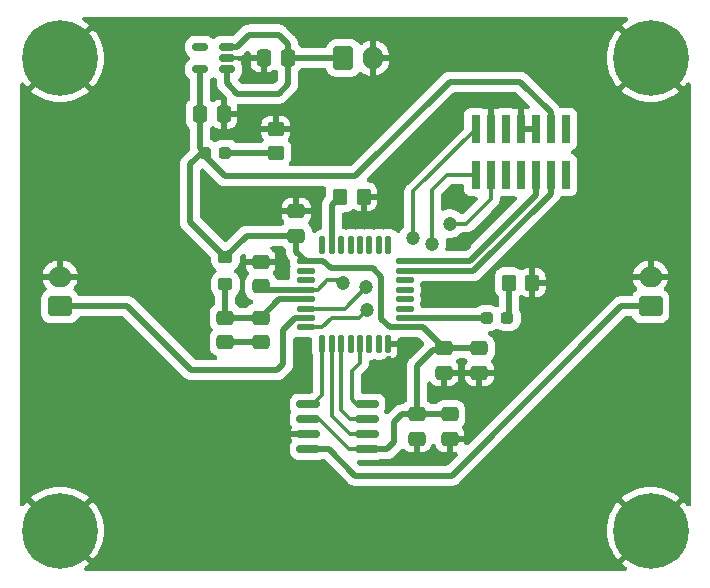
<source format=gbr>
%TF.GenerationSoftware,KiCad,Pcbnew,(6.0.11)*%
%TF.CreationDate,2023-02-16T16:39:03+01:00*%
%TF.ProjectId,microProc,6d696372-6f50-4726-9f63-2e6b69636164,rev?*%
%TF.SameCoordinates,Original*%
%TF.FileFunction,Copper,L1,Top*%
%TF.FilePolarity,Positive*%
%FSLAX46Y46*%
G04 Gerber Fmt 4.6, Leading zero omitted, Abs format (unit mm)*
G04 Created by KiCad (PCBNEW (6.0.11)) date 2023-02-16 16:39:03*
%MOMM*%
%LPD*%
G01*
G04 APERTURE LIST*
G04 Aperture macros list*
%AMRoundRect*
0 Rectangle with rounded corners*
0 $1 Rounding radius*
0 $2 $3 $4 $5 $6 $7 $8 $9 X,Y pos of 4 corners*
0 Add a 4 corners polygon primitive as box body*
4,1,4,$2,$3,$4,$5,$6,$7,$8,$9,$2,$3,0*
0 Add four circle primitives for the rounded corners*
1,1,$1+$1,$2,$3*
1,1,$1+$1,$4,$5*
1,1,$1+$1,$6,$7*
1,1,$1+$1,$8,$9*
0 Add four rect primitives between the rounded corners*
20,1,$1+$1,$2,$3,$4,$5,0*
20,1,$1+$1,$4,$5,$6,$7,0*
20,1,$1+$1,$6,$7,$8,$9,0*
20,1,$1+$1,$8,$9,$2,$3,0*%
G04 Aperture macros list end*
%TA.AperFunction,ComponentPad*%
%ADD10C,6.400000*%
%TD*%
%TA.AperFunction,SMDPad,CuDef*%
%ADD11RoundRect,0.150000X0.825000X0.150000X-0.825000X0.150000X-0.825000X-0.150000X0.825000X-0.150000X0*%
%TD*%
%TA.AperFunction,SMDPad,CuDef*%
%ADD12RoundRect,0.150000X0.512500X0.150000X-0.512500X0.150000X-0.512500X-0.150000X0.512500X-0.150000X0*%
%TD*%
%TA.AperFunction,SMDPad,CuDef*%
%ADD13RoundRect,0.125000X-0.625000X-0.125000X0.625000X-0.125000X0.625000X0.125000X-0.625000X0.125000X0*%
%TD*%
%TA.AperFunction,SMDPad,CuDef*%
%ADD14RoundRect,0.125000X-0.125000X-0.625000X0.125000X-0.625000X0.125000X0.625000X-0.125000X0.625000X0*%
%TD*%
%TA.AperFunction,SMDPad,CuDef*%
%ADD15RoundRect,0.250000X0.450000X-0.350000X0.450000X0.350000X-0.450000X0.350000X-0.450000X-0.350000X0*%
%TD*%
%TA.AperFunction,SMDPad,CuDef*%
%ADD16RoundRect,0.250000X-0.350000X-0.450000X0.350000X-0.450000X0.350000X0.450000X-0.350000X0.450000X0*%
%TD*%
%TA.AperFunction,SMDPad,CuDef*%
%ADD17RoundRect,0.250000X0.350000X-0.275000X0.350000X0.275000X-0.350000X0.275000X-0.350000X-0.275000X0*%
%TD*%
%TA.AperFunction,SMDPad,CuDef*%
%ADD18R,0.740000X2.400000*%
%TD*%
%TA.AperFunction,ComponentPad*%
%ADD19RoundRect,0.250000X0.750000X-0.600000X0.750000X0.600000X-0.750000X0.600000X-0.750000X-0.600000X0*%
%TD*%
%TA.AperFunction,ComponentPad*%
%ADD20O,2.000000X1.700000*%
%TD*%
%TA.AperFunction,ComponentPad*%
%ADD21RoundRect,0.250000X-0.600000X-0.750000X0.600000X-0.750000X0.600000X0.750000X-0.600000X0.750000X0*%
%TD*%
%TA.AperFunction,ComponentPad*%
%ADD22O,1.700000X2.000000*%
%TD*%
%TA.AperFunction,SMDPad,CuDef*%
%ADD23RoundRect,0.237500X0.287500X0.237500X-0.287500X0.237500X-0.287500X-0.237500X0.287500X-0.237500X0*%
%TD*%
%TA.AperFunction,SMDPad,CuDef*%
%ADD24RoundRect,0.250000X-0.475000X0.337500X-0.475000X-0.337500X0.475000X-0.337500X0.475000X0.337500X0*%
%TD*%
%TA.AperFunction,SMDPad,CuDef*%
%ADD25RoundRect,0.250000X-0.337500X-0.475000X0.337500X-0.475000X0.337500X0.475000X-0.337500X0.475000X0*%
%TD*%
%TA.AperFunction,SMDPad,CuDef*%
%ADD26RoundRect,0.250000X0.337500X0.475000X-0.337500X0.475000X-0.337500X-0.475000X0.337500X-0.475000X0*%
%TD*%
%TA.AperFunction,SMDPad,CuDef*%
%ADD27RoundRect,0.250000X0.475000X-0.337500X0.475000X0.337500X-0.475000X0.337500X-0.475000X-0.337500X0*%
%TD*%
%TA.AperFunction,ViaPad*%
%ADD28C,1.200000*%
%TD*%
%TA.AperFunction,Conductor*%
%ADD29C,0.500000*%
%TD*%
%TA.AperFunction,Conductor*%
%ADD30C,0.300000*%
%TD*%
G04 APERTURE END LIST*
D10*
%TO.P,H4,1,1*%
%TO.N,GND*%
X107000000Y-95000000D03*
%TD*%
%TO.P,H3,1,1*%
%TO.N,GND*%
X157000000Y-95000000D03*
%TD*%
%TO.P,H2,1,1*%
%TO.N,GND*%
X157000000Y-55000000D03*
%TD*%
%TO.P,H1,1,1*%
%TO.N,GND*%
X107000000Y-55000000D03*
%TD*%
D11*
%TO.P,U3,1,Vdd*%
%TO.N,+3.3V*%
X132975000Y-88105000D03*
%TO.P,U3,2,~{CS}*%
%TO.N,DAC_nCS*%
X132975000Y-86835000D03*
%TO.P,U3,3,SCK*%
%TO.N,SPI1_SCK*%
X132975000Y-85565000D03*
%TO.P,U3,4,SDI*%
%TO.N,SPI1_MOSI*%
X132975000Y-84295000D03*
%TO.P,U3,5,~{LDAC}*%
%TO.N,DAC_nLDAC*%
X128025000Y-84295000D03*
%TO.P,U3,6,~{SHDN}*%
%TO.N,+3.3V*%
X128025000Y-85565000D03*
%TO.P,U3,7,Vss*%
%TO.N,GND*%
X128025000Y-86835000D03*
%TO.P,U3,8,Vout*%
%TO.N,DAC_OUT*%
X128025000Y-88105000D03*
%TD*%
D12*
%TO.P,U2,1,VIN*%
%TO.N,+5V*%
X121137500Y-55950000D03*
%TO.P,U2,2,GND*%
%TO.N,GND*%
X121137500Y-55000000D03*
%TO.P,U2,3,~{SHDN}*%
%TO.N,+5V*%
X121137500Y-54050000D03*
%TO.P,U2,4,NC*%
%TO.N,unconnected-(U2-Pad4)*%
X118862500Y-54050000D03*
%TO.P,U2,5,VOUT*%
%TO.N,+3.3V*%
X118862500Y-55950000D03*
%TD*%
D13*
%TO.P,U1,1,VDD*%
%TO.N,+3.3V*%
X127825000Y-72200000D03*
%TO.P,U1,2,PC14*%
%TO.N,unconnected-(U1-Pad2)*%
X127825000Y-73000000D03*
%TO.P,U1,3,PC15*%
%TO.N,unconnected-(U1-Pad3)*%
X127825000Y-73800000D03*
%TO.P,U1,4,NRST*%
%TO.N,NRST*%
X127825000Y-74600000D03*
%TO.P,U1,5,VDDA*%
%TO.N,+3.3VA*%
X127825000Y-75400000D03*
%TO.P,U1,6,PA0*%
%TO.N,USART2_RX*%
X127825000Y-76200000D03*
%TO.P,U1,7,PA1*%
%TO.N,ADC_IN1*%
X127825000Y-77000000D03*
%TO.P,U1,8,PA2*%
%TO.N,USART2_TX*%
X127825000Y-77800000D03*
D14*
%TO.P,U1,9,PA3*%
%TO.N,DAC_nLDAC*%
X129200000Y-79175000D03*
%TO.P,U1,10,PA4*%
%TO.N,DAC_nCS*%
X130000000Y-79175000D03*
%TO.P,U1,11,PA5*%
%TO.N,SPI1_SCK*%
X130800000Y-79175000D03*
%TO.P,U1,12,PA6*%
%TO.N,unconnected-(U1-Pad12)*%
X131600000Y-79175000D03*
%TO.P,U1,13,PA7*%
%TO.N,SPI1_MOSI*%
X132400000Y-79175000D03*
%TO.P,U1,14,PB0*%
%TO.N,unconnected-(U1-Pad14)*%
X133200000Y-79175000D03*
%TO.P,U1,15,PB1*%
%TO.N,unconnected-(U1-Pad15)*%
X134000000Y-79175000D03*
%TO.P,U1,16,VSS*%
%TO.N,GND*%
X134800000Y-79175000D03*
D13*
%TO.P,U1,17,VDD*%
%TO.N,+3.3V*%
X136175000Y-77800000D03*
%TO.P,U1,18,PA8*%
%TO.N,LED_STATUS*%
X136175000Y-77000000D03*
%TO.P,U1,19,PA9*%
%TO.N,unconnected-(U1-Pad19)*%
X136175000Y-76200000D03*
%TO.P,U1,20,PA10*%
%TO.N,unconnected-(U1-Pad20)*%
X136175000Y-75400000D03*
%TO.P,U1,21,PA11*%
%TO.N,unconnected-(U1-Pad21)*%
X136175000Y-74600000D03*
%TO.P,U1,22,PA12*%
%TO.N,unconnected-(U1-Pad22)*%
X136175000Y-73800000D03*
%TO.P,U1,23,PA13*%
%TO.N,SWDIO*%
X136175000Y-73000000D03*
%TO.P,U1,24,PA14*%
%TO.N,SWDCK*%
X136175000Y-72200000D03*
D14*
%TO.P,U1,25,PA15*%
%TO.N,unconnected-(U1-Pad25)*%
X134800000Y-70825000D03*
%TO.P,U1,26,PB3*%
%TO.N,unconnected-(U1-Pad26)*%
X134000000Y-70825000D03*
%TO.P,U1,27,PB4*%
%TO.N,unconnected-(U1-Pad27)*%
X133200000Y-70825000D03*
%TO.P,U1,28,PB5*%
%TO.N,unconnected-(U1-Pad28)*%
X132400000Y-70825000D03*
%TO.P,U1,29,PB6*%
%TO.N,unconnected-(U1-Pad29)*%
X131600000Y-70825000D03*
%TO.P,U1,30,PB7*%
%TO.N,unconnected-(U1-Pad30)*%
X130800000Y-70825000D03*
%TO.P,U1,31,PB9*%
%TO.N,Net-(R2-Pad1)*%
X130000000Y-70825000D03*
%TO.P,U1,32,VSS*%
%TO.N,GND*%
X129200000Y-70825000D03*
%TD*%
D15*
%TO.P,R3,1*%
%TO.N,Net-(D2-Pad1)*%
X125265000Y-63000000D03*
%TO.P,R3,2*%
%TO.N,GND*%
X125265000Y-61000000D03*
%TD*%
D16*
%TO.P,R2,1*%
%TO.N,Net-(R2-Pad1)*%
X130735000Y-66735000D03*
%TO.P,R2,2*%
%TO.N,GND*%
X132735000Y-66735000D03*
%TD*%
%TO.P,R1,1*%
%TO.N,Net-(R1-Pad1)*%
X145000000Y-74000000D03*
%TO.P,R1,2*%
%TO.N,GND*%
X147000000Y-74000000D03*
%TD*%
D17*
%TO.P,L1,2,2*%
%TO.N,+3.3V*%
X121000000Y-71850000D03*
%TO.P,L1,1,1*%
%TO.N,+3.3VA*%
X121000000Y-74150000D03*
%TD*%
D18*
%TO.P,J4,14,Pin_14*%
%TO.N,USART2_TX*%
X142190000Y-64900000D03*
%TO.P,J4,13,Pin_13*%
%TO.N,USART2_RX*%
X142190000Y-61000000D03*
%TO.P,J4,12,Pin_12*%
%TO.N,NRST*%
X143460000Y-64900000D03*
%TO.P,J4,11,Pin_11*%
%TO.N,GND*%
X143460000Y-61000000D03*
%TO.P,J4,10,Pin_10*%
%TO.N,unconnected-(J4-Pad10)*%
X144730000Y-64900000D03*
%TO.P,J4,9,Pin_9*%
%TO.N,unconnected-(J4-Pad9)*%
X144730000Y-61000000D03*
%TO.P,J4,8,Pin_8*%
%TO.N,unconnected-(J4-Pad8)*%
X146000000Y-64900000D03*
%TO.P,J4,7,Pin_7*%
%TO.N,GND*%
X146000000Y-61000000D03*
%TO.P,J4,6,Pin_6*%
%TO.N,SWDCK*%
X147270000Y-64900000D03*
%TO.P,J4,5,Pin_5*%
%TO.N,GND*%
X147270000Y-61000000D03*
%TO.P,J4,4,Pin_4*%
%TO.N,SWDIO*%
X148540000Y-64900000D03*
%TO.P,J4,3,Pin_3*%
%TO.N,+3.3V*%
X148540000Y-61000000D03*
%TO.P,J4,2,Pin_2*%
%TO.N,unconnected-(J4-Pad2)*%
X149810000Y-64900000D03*
%TO.P,J4,1,Pin_1*%
%TO.N,unconnected-(J4-Pad1)*%
X149810000Y-61000000D03*
%TD*%
D19*
%TO.P,J3,1,Pin_1*%
%TO.N,DAC_OUT*%
X157000000Y-76000000D03*
D20*
%TO.P,J3,2,Pin_2*%
%TO.N,GND*%
X157000000Y-73500000D03*
%TD*%
D19*
%TO.P,J2,1,Pin_1*%
%TO.N,ADC_IN1*%
X107000000Y-76000000D03*
D20*
%TO.P,J2,2,Pin_2*%
%TO.N,GND*%
X107000000Y-73500000D03*
%TD*%
D21*
%TO.P,J1,1,Pin_1*%
%TO.N,+5V*%
X131000000Y-55000000D03*
D22*
%TO.P,J1,2,Pin_2*%
%TO.N,GND*%
X133500000Y-55000000D03*
%TD*%
D23*
%TO.P,D2,1,K*%
%TO.N,Net-(D2-Pad1)*%
X121000000Y-63000000D03*
%TO.P,D2,2,A*%
%TO.N,+3.3V*%
X119250000Y-63000000D03*
%TD*%
%TO.P,D1,1,K*%
%TO.N,Net-(R1-Pad1)*%
X144875000Y-77000000D03*
%TO.P,D1,2,A*%
%TO.N,LED_STATUS*%
X143125000Y-77000000D03*
%TD*%
D24*
%TO.P,C10,1*%
%TO.N,+3.3V*%
X140000000Y-85162500D03*
%TO.P,C10,2*%
%TO.N,GND*%
X140000000Y-87237500D03*
%TD*%
%TO.P,C9,2*%
%TO.N,GND*%
X137205000Y-87237500D03*
%TO.P,C9,1*%
%TO.N,+3.3V*%
X137205000Y-85162500D03*
%TD*%
D25*
%TO.P,C8,1*%
%TO.N,+3.3V*%
X118821248Y-59735000D03*
%TO.P,C8,2*%
%TO.N,GND*%
X120896248Y-59735000D03*
%TD*%
D26*
%TO.P,C7,1*%
%TO.N,+5V*%
X126302500Y-54962500D03*
%TO.P,C7,2*%
%TO.N,GND*%
X124227500Y-54962500D03*
%TD*%
D24*
%TO.P,C6,2*%
%TO.N,Net-(C5-Pad2)*%
X121000000Y-79037500D03*
%TO.P,C6,1*%
%TO.N,+3.3VA*%
X121000000Y-76962500D03*
%TD*%
%TO.P,C5,2*%
%TO.N,Net-(C5-Pad2)*%
X124000000Y-79037500D03*
%TO.P,C5,1*%
%TO.N,+3.3VA*%
X124000000Y-76962500D03*
%TD*%
D27*
%TO.P,C4,1*%
%TO.N,NRST*%
X124000000Y-74298752D03*
%TO.P,C4,2*%
%TO.N,GND*%
X124000000Y-72223752D03*
%TD*%
%TO.P,C3,2*%
%TO.N,GND*%
X127000000Y-67962500D03*
%TO.P,C3,1*%
%TO.N,+3.3V*%
X127000000Y-70037500D03*
%TD*%
D24*
%TO.P,C2,2*%
%TO.N,GND*%
X139500000Y-81637500D03*
%TO.P,C2,1*%
%TO.N,+3.3V*%
X139500000Y-79562500D03*
%TD*%
%TO.P,C1,2*%
%TO.N,GND*%
X142500000Y-81637500D03*
%TO.P,C1,1*%
%TO.N,+3.3V*%
X142500000Y-79562500D03*
%TD*%
D28*
%TO.N,GND*%
X138450000Y-88850000D03*
X133500000Y-60000000D03*
X123000000Y-56500000D03*
X115000000Y-55000000D03*
X118500000Y-79000000D03*
X127500000Y-79500000D03*
X136500000Y-79500000D03*
X134000000Y-81500000D03*
X135500000Y-83000000D03*
X142000000Y-75000000D03*
X139000000Y-75000000D03*
X127000000Y-82000000D03*
X110000000Y-70000000D03*
X110000000Y-80000000D03*
X150000000Y-95000000D03*
X145000000Y-90000000D03*
X150000000Y-55000000D03*
X155000000Y-61000000D03*
X135000000Y-68000000D03*
X137000000Y-63000000D03*
X140000000Y-60000000D03*
X124000000Y-67000000D03*
X130000000Y-63000000D03*
X145000000Y-55000000D03*
X140000000Y-55000000D03*
X130000000Y-60000000D03*
X115000000Y-60000000D03*
X110000000Y-65000000D03*
X115000000Y-65000000D03*
X115000000Y-70000000D03*
X115000000Y-75000000D03*
X145000000Y-80000000D03*
X150000000Y-75000000D03*
X150000000Y-70000000D03*
X155000000Y-70000000D03*
X155000000Y-65000000D03*
X150000000Y-90000000D03*
X150000000Y-85000000D03*
X155000000Y-85000000D03*
X145000000Y-95000000D03*
X140000000Y-95000000D03*
X135000000Y-95000000D03*
X120000000Y-95000000D03*
X125000000Y-95000000D03*
X125000000Y-90000000D03*
X120000000Y-90000000D03*
X115000000Y-90000000D03*
X110000000Y-90000000D03*
X110000000Y-85000000D03*
X115000000Y-85000000D03*
X120000000Y-85000000D03*
X125000000Y-85000000D03*
X142400000Y-84300000D03*
X125900000Y-72800000D03*
X120000000Y-66800000D03*
X141300000Y-70700000D03*
X140200000Y-67000000D03*
%TO.N,NRST*%
X140000000Y-69000000D03*
X131000000Y-74000000D03*
%TO.N,USART2_RX*%
X132900000Y-74400000D03*
X136900000Y-70200000D03*
%TO.N,USART2_TX*%
X138500000Y-70700000D03*
X133000000Y-76300000D03*
%TD*%
D29*
%TO.N,DAC_OUT*%
X154500000Y-76000000D02*
X157000000Y-76000000D01*
X140150000Y-90350000D02*
X154500000Y-76000000D01*
X132000000Y-90350000D02*
X140150000Y-90350000D01*
X129755000Y-88105000D02*
X132000000Y-90350000D01*
X128025000Y-88105000D02*
X129755000Y-88105000D01*
D30*
%TO.N,USART2_TX*%
X130000000Y-77000000D02*
X132300000Y-77000000D01*
X129200000Y-77800000D02*
X130000000Y-77000000D01*
X127825000Y-77800000D02*
X129200000Y-77800000D01*
X132300000Y-77000000D02*
X133000000Y-76300000D01*
D29*
%TO.N,+5V*%
X126302500Y-57197500D02*
X126302500Y-54962500D01*
X125500000Y-58000000D02*
X126302500Y-57197500D01*
X122000000Y-58000000D02*
X125500000Y-58000000D01*
X121137500Y-55950000D02*
X121137500Y-57137500D01*
X121137500Y-57137500D02*
X122000000Y-58000000D01*
X126302500Y-53802500D02*
X125500000Y-53000000D01*
X126302500Y-54962500D02*
X126302500Y-53802500D01*
X125500000Y-53000000D02*
X123000000Y-53000000D01*
X121950000Y-54050000D02*
X121137500Y-54050000D01*
X123000000Y-53000000D02*
X121950000Y-54050000D01*
X126340000Y-55000000D02*
X126302500Y-54962500D01*
X131000000Y-55000000D02*
X126340000Y-55000000D01*
D30*
%TO.N,GND*%
X121175000Y-54962500D02*
X121137500Y-55000000D01*
X124227500Y-54962500D02*
X121175000Y-54962500D01*
%TO.N,NRST*%
X130800000Y-73800000D02*
X131000000Y-74000000D01*
X129600000Y-73800000D02*
X130800000Y-73800000D01*
X128800000Y-74600000D02*
X129600000Y-73800000D01*
X127825000Y-74600000D02*
X128800000Y-74600000D01*
X142900000Y-67500000D02*
X141400000Y-69000000D01*
X141400000Y-69000000D02*
X140000000Y-69000000D01*
X143460000Y-66940000D02*
X142900000Y-67500000D01*
X143460000Y-64900000D02*
X143460000Y-66940000D01*
%TO.N,USART2_TX*%
X139800000Y-64900000D02*
X142190000Y-64900000D01*
X138500000Y-66200000D02*
X139800000Y-64900000D01*
X138500000Y-70700000D02*
X138500000Y-66200000D01*
%TO.N,USART2_RX*%
X136900000Y-66290000D02*
X142190000Y-61000000D01*
X136900000Y-70200000D02*
X136900000Y-66290000D01*
X131100000Y-76200000D02*
X132900000Y-74400000D01*
X127825000Y-76200000D02*
X131100000Y-76200000D01*
D29*
%TO.N,+3.3V*%
X129900000Y-72800000D02*
X129300000Y-72200000D01*
X133500000Y-72800000D02*
X129900000Y-72800000D01*
X134200000Y-73500000D02*
X133500000Y-72800000D01*
X134200000Y-77100000D02*
X134200000Y-73500000D01*
X134900000Y-77800000D02*
X134200000Y-77100000D01*
X136175000Y-77800000D02*
X134900000Y-77800000D01*
X129300000Y-72200000D02*
X127825000Y-72200000D01*
%TO.N,ADC_IN1*%
X125400000Y-81400000D02*
X118100000Y-81400000D01*
X112700000Y-76000000D02*
X107000000Y-76000000D01*
X125900000Y-80900000D02*
X125400000Y-81400000D01*
X118100000Y-81400000D02*
X112700000Y-76000000D01*
X125900000Y-78000000D02*
X125900000Y-80900000D01*
X126900000Y-77000000D02*
X125900000Y-78000000D01*
X127825000Y-77000000D02*
X126900000Y-77000000D01*
D30*
%TO.N,+3.3V*%
X131505000Y-88105000D02*
X132975000Y-88105000D01*
X128965000Y-85565000D02*
X131505000Y-88105000D01*
X128025000Y-85565000D02*
X128965000Y-85565000D01*
D29*
X135300000Y-85800000D02*
X135937500Y-85162500D01*
X135300000Y-87500000D02*
X135300000Y-85800000D01*
X132975000Y-88105000D02*
X134695000Y-88105000D01*
X134695000Y-88105000D02*
X135300000Y-87500000D01*
X135937500Y-85162500D02*
X137205000Y-85162500D01*
X142500000Y-79562500D02*
X139500000Y-79562500D01*
X137205000Y-81095000D02*
X137205000Y-85162500D01*
X138600000Y-79700000D02*
X137205000Y-81095000D01*
X139362500Y-79700000D02*
X138600000Y-79700000D01*
X139500000Y-79562500D02*
X139362500Y-79700000D01*
X137737500Y-77800000D02*
X139500000Y-79562500D01*
X136175000Y-77800000D02*
X137737500Y-77800000D01*
X140000000Y-85162500D02*
X137205000Y-85162500D01*
D30*
%TO.N,SPI1_MOSI*%
X132400000Y-80800000D02*
X132400000Y-79175000D01*
X131700000Y-81500000D02*
X132400000Y-80800000D01*
X132095000Y-84295000D02*
X131700000Y-83900000D01*
X132975000Y-84295000D02*
X132095000Y-84295000D01*
X131700000Y-83900000D02*
X131700000Y-81500000D01*
%TO.N,DAC_nLDAC*%
X129200000Y-83500000D02*
X129200000Y-79175000D01*
X128405000Y-84295000D02*
X129200000Y-83500000D01*
X128025000Y-84295000D02*
X128405000Y-84295000D01*
%TO.N,SPI1_SCK*%
X130800000Y-79175000D02*
X130800000Y-84800000D01*
X130800000Y-84800000D02*
X131565000Y-85565000D01*
X131565000Y-85565000D02*
X132975000Y-85565000D01*
%TO.N,DAC_nCS*%
X130000000Y-85300000D02*
X130000000Y-79175000D01*
X131535000Y-86835000D02*
X130000000Y-85300000D01*
X132975000Y-86835000D02*
X131535000Y-86835000D01*
D29*
%TO.N,+3.3VA*%
X127825000Y-75400000D02*
X125562500Y-75400000D01*
X125562500Y-75400000D02*
X124000000Y-76962500D01*
%TO.N,NRST*%
X124301248Y-74600000D02*
X124000000Y-74298752D01*
X127825000Y-74600000D02*
X124301248Y-74600000D01*
%TO.N,Net-(R2-Pad1)*%
X130000000Y-70825000D02*
X130000000Y-67470000D01*
X130000000Y-67470000D02*
X130735000Y-66735000D01*
%TO.N,SWDIO*%
X142001370Y-73000000D02*
X148540000Y-66461370D01*
X148540000Y-66461370D02*
X148540000Y-64900000D01*
X136175000Y-73000000D02*
X142001370Y-73000000D01*
%TO.N,SWDCK*%
X141670000Y-72200000D02*
X136175000Y-72200000D01*
X147270000Y-66600000D02*
X141670000Y-72200000D01*
X147270000Y-64900000D02*
X147270000Y-66600000D01*
%TO.N,Net-(R1-Pad1)*%
X145000000Y-76875000D02*
X144875000Y-77000000D01*
X145000000Y-74000000D02*
X145000000Y-76875000D01*
%TO.N,LED_STATUS*%
X136175000Y-77000000D02*
X143125000Y-77000000D01*
%TO.N,Net-(C5-Pad2)*%
X121000000Y-79037500D02*
X124000000Y-79037500D01*
%TO.N,+3.3V*%
X118000000Y-64000000D02*
X118000000Y-68850000D01*
X119000000Y-63000000D02*
X118000000Y-64000000D01*
X119250000Y-63000000D02*
X119000000Y-63000000D01*
X118000000Y-68850000D02*
X121000000Y-71850000D01*
X140000000Y-57000000D02*
X145940000Y-57000000D01*
X132000000Y-65000000D02*
X140000000Y-57000000D01*
X148540000Y-59600000D02*
X148540000Y-61000000D01*
X121000000Y-65000000D02*
X132000000Y-65000000D01*
X119250000Y-63250000D02*
X121000000Y-65000000D01*
X145940000Y-57000000D02*
X148540000Y-59600000D01*
X119250000Y-63000000D02*
X119250000Y-63250000D01*
D30*
%TO.N,Net-(R2-Pad1)*%
X130000000Y-67470000D02*
X130000000Y-71000000D01*
%TO.N,Net-(R1-Pad1)*%
X144700000Y-76825000D02*
X144875000Y-77000000D01*
%TO.N,LED_STATUS*%
X143125000Y-77000000D02*
X136000000Y-77000000D01*
D29*
%TO.N,+3.3VA*%
X121000000Y-76962500D02*
X124000000Y-76962500D01*
X121000000Y-74150000D02*
X121000000Y-76962500D01*
%TO.N,+3.3V*%
X127000000Y-71375000D02*
X127825000Y-72200000D01*
X127000000Y-70037500D02*
X127000000Y-71375000D01*
X122812500Y-70037500D02*
X121000000Y-71850000D01*
X127000000Y-70037500D02*
X122812500Y-70037500D01*
%TO.N,Net-(D2-Pad1)*%
X121000000Y-63000000D02*
X125265000Y-63000000D01*
%TO.N,+3.3V*%
X118821248Y-59735000D02*
X118821248Y-62571248D01*
X118821248Y-62571248D02*
X119250000Y-63000000D01*
X118862500Y-59693748D02*
X118821248Y-59735000D01*
X118862500Y-55950000D02*
X118862500Y-59693748D01*
%TD*%
%TA.AperFunction,Conductor*%
%TO.N,GND*%
G36*
X154999178Y-51517564D02*
G01*
X155068419Y-51572783D01*
X155106846Y-51652575D01*
X155106846Y-51741139D01*
X155068419Y-51820931D01*
X155021218Y-51863753D01*
X154821865Y-51993214D01*
X154813455Y-51999324D01*
X154579512Y-52188769D01*
X154567496Y-52204069D01*
X154568112Y-52206680D01*
X154573693Y-52214483D01*
X159781267Y-57422057D01*
X159797742Y-57432409D01*
X159800272Y-57431524D01*
X159807451Y-57425157D01*
X160000676Y-57186545D01*
X160006796Y-57178122D01*
X160033605Y-57136839D01*
X160097158Y-57075159D01*
X160181180Y-57047162D01*
X160269028Y-57058394D01*
X160343304Y-57106629D01*
X160389295Y-57182314D01*
X160399500Y-57245222D01*
X160399499Y-75000134D01*
X160399499Y-92754777D01*
X160379792Y-92841120D01*
X160324573Y-92910361D01*
X160244781Y-92948788D01*
X160156217Y-92948788D01*
X160076425Y-92910361D01*
X160033603Y-92863159D01*
X160006792Y-92821873D01*
X160000676Y-92813455D01*
X159811231Y-92579512D01*
X159795931Y-92567496D01*
X159793320Y-92568112D01*
X159785517Y-92573693D01*
X154577943Y-97781267D01*
X154567591Y-97797742D01*
X154568476Y-97800272D01*
X154574843Y-97807451D01*
X154813445Y-98000667D01*
X154821875Y-98006792D01*
X154901036Y-98058200D01*
X154962715Y-98121754D01*
X154990712Y-98205775D01*
X154979480Y-98293624D01*
X154931245Y-98367899D01*
X154855560Y-98413890D01*
X154792551Y-98424095D01*
X144135526Y-98418611D01*
X109243341Y-98400654D01*
X109157008Y-98380902D01*
X109087795Y-98325648D01*
X109049410Y-98245836D01*
X109049455Y-98157272D01*
X109087922Y-98077499D01*
X109135060Y-98034758D01*
X109178130Y-98006788D01*
X109186555Y-98000667D01*
X109420488Y-97811231D01*
X109432504Y-97795931D01*
X109431888Y-97793320D01*
X109426307Y-97785517D01*
X106641410Y-95000620D01*
X107364713Y-95000620D01*
X107367341Y-95008131D01*
X109781267Y-97422057D01*
X109797742Y-97432409D01*
X109800272Y-97431524D01*
X109807451Y-97425157D01*
X110000676Y-97186545D01*
X110006786Y-97178135D01*
X110212798Y-96860904D01*
X110217992Y-96851906D01*
X110389707Y-96514899D01*
X110393944Y-96505383D01*
X110529491Y-96152269D01*
X110532706Y-96142373D01*
X110630600Y-95777031D01*
X110632764Y-95766847D01*
X110691933Y-95393270D01*
X110693021Y-95382917D01*
X110712816Y-95005209D01*
X153287184Y-95005209D01*
X153306979Y-95382917D01*
X153308067Y-95393270D01*
X153367236Y-95766847D01*
X153369400Y-95777031D01*
X153467294Y-96142373D01*
X153470509Y-96152269D01*
X153606056Y-96505383D01*
X153610293Y-96514899D01*
X153782008Y-96851906D01*
X153787202Y-96860904D01*
X153993214Y-97178135D01*
X153999324Y-97186545D01*
X154188769Y-97420488D01*
X154204069Y-97432504D01*
X154206680Y-97431888D01*
X154214483Y-97426307D01*
X156624935Y-95015855D01*
X156635287Y-94999380D01*
X156632659Y-94991869D01*
X154218733Y-92577943D01*
X154202258Y-92567591D01*
X154199728Y-92568476D01*
X154192549Y-92574843D01*
X153999324Y-92813455D01*
X153993214Y-92821865D01*
X153787202Y-93139096D01*
X153782008Y-93148094D01*
X153610293Y-93485101D01*
X153606056Y-93494617D01*
X153470509Y-93847731D01*
X153467294Y-93857627D01*
X153369400Y-94222969D01*
X153367236Y-94233153D01*
X153308067Y-94606730D01*
X153306979Y-94617083D01*
X153287184Y-94994791D01*
X153287184Y-95005209D01*
X110712816Y-95005209D01*
X110712816Y-94994791D01*
X110693021Y-94617083D01*
X110691933Y-94606730D01*
X110632764Y-94233153D01*
X110630600Y-94222969D01*
X110532706Y-93857627D01*
X110529491Y-93847731D01*
X110393944Y-93494617D01*
X110389707Y-93485101D01*
X110217992Y-93148094D01*
X110212798Y-93139096D01*
X110006786Y-92821865D01*
X110000676Y-92813455D01*
X109811231Y-92579512D01*
X109795931Y-92567496D01*
X109793320Y-92568112D01*
X109785517Y-92573693D01*
X107375065Y-94984145D01*
X107364713Y-95000620D01*
X106641410Y-95000620D01*
X104218733Y-92577943D01*
X104202258Y-92567591D01*
X104199728Y-92568476D01*
X104192549Y-92574843D01*
X103999324Y-92813455D01*
X103993204Y-92821878D01*
X103966395Y-92863161D01*
X103902842Y-92924841D01*
X103818820Y-92952838D01*
X103730972Y-92941606D01*
X103656696Y-92893371D01*
X103610705Y-92817686D01*
X103600500Y-92754778D01*
X103600500Y-92204069D01*
X104567496Y-92204069D01*
X104568112Y-92206680D01*
X104573693Y-92214483D01*
X106984145Y-94624935D01*
X107000620Y-94635287D01*
X107008131Y-94632659D01*
X109422057Y-92218733D01*
X109431271Y-92204069D01*
X154567496Y-92204069D01*
X154568112Y-92206680D01*
X154573693Y-92214483D01*
X156984145Y-94624935D01*
X157000620Y-94635287D01*
X157008131Y-94632659D01*
X159422057Y-92218733D01*
X159432409Y-92202258D01*
X159431524Y-92199728D01*
X159425157Y-92192549D01*
X159186555Y-91999333D01*
X159178117Y-91993202D01*
X158860916Y-91787209D01*
X158851903Y-91782006D01*
X158514899Y-91610293D01*
X158505383Y-91606056D01*
X158152269Y-91470509D01*
X158142373Y-91467294D01*
X157777031Y-91369400D01*
X157766847Y-91367236D01*
X157393270Y-91308067D01*
X157382917Y-91306979D01*
X157005209Y-91287184D01*
X156994791Y-91287184D01*
X156617083Y-91306979D01*
X156606730Y-91308067D01*
X156233153Y-91367236D01*
X156222969Y-91369400D01*
X155857627Y-91467294D01*
X155847731Y-91470509D01*
X155494617Y-91606056D01*
X155485101Y-91610293D01*
X155148094Y-91782008D01*
X155139096Y-91787202D01*
X154821865Y-91993214D01*
X154813455Y-91999324D01*
X154579512Y-92188769D01*
X154567496Y-92204069D01*
X109431271Y-92204069D01*
X109432409Y-92202258D01*
X109431524Y-92199728D01*
X109425157Y-92192549D01*
X109186555Y-91999333D01*
X109178117Y-91993202D01*
X108860916Y-91787209D01*
X108851903Y-91782006D01*
X108514899Y-91610293D01*
X108505383Y-91606056D01*
X108152269Y-91470509D01*
X108142373Y-91467294D01*
X107777031Y-91369400D01*
X107766847Y-91367236D01*
X107393270Y-91308067D01*
X107382917Y-91306979D01*
X107005209Y-91287184D01*
X106994791Y-91287184D01*
X106617083Y-91306979D01*
X106606730Y-91308067D01*
X106233153Y-91367236D01*
X106222969Y-91369400D01*
X105857627Y-91467294D01*
X105847731Y-91470509D01*
X105494617Y-91606056D01*
X105485101Y-91610293D01*
X105148094Y-91782008D01*
X105139096Y-91787202D01*
X104821865Y-91993214D01*
X104813455Y-91999324D01*
X104579512Y-92188769D01*
X104567496Y-92204069D01*
X103600500Y-92204069D01*
X103600500Y-76673566D01*
X105399500Y-76673566D01*
X105399731Y-76676950D01*
X105399731Y-76676959D01*
X105400622Y-76690024D01*
X105402400Y-76716107D01*
X105447105Y-76895408D01*
X105529269Y-77060926D01*
X105645060Y-77204940D01*
X105653454Y-77211689D01*
X105780677Y-77313980D01*
X105780679Y-77313982D01*
X105789074Y-77320731D01*
X105798722Y-77325520D01*
X105798723Y-77325521D01*
X105851863Y-77351900D01*
X105954592Y-77402895D01*
X106133893Y-77447600D01*
X106157904Y-77449237D01*
X106173041Y-77450269D01*
X106173050Y-77450269D01*
X106176434Y-77450500D01*
X107823566Y-77450500D01*
X107826950Y-77450269D01*
X107826959Y-77450269D01*
X107842096Y-77449237D01*
X107866107Y-77447600D01*
X108045408Y-77402895D01*
X108148137Y-77351900D01*
X108201277Y-77325521D01*
X108201278Y-77325520D01*
X108210926Y-77320731D01*
X108219321Y-77313982D01*
X108219323Y-77313980D01*
X108346546Y-77211689D01*
X108354940Y-77204940D01*
X108470731Y-77060926D01*
X108475521Y-77051277D01*
X108475523Y-77051274D01*
X108520326Y-76961018D01*
X108576369Y-76892442D01*
X108656616Y-76854973D01*
X108698573Y-76850500D01*
X112265283Y-76850500D01*
X112351626Y-76870207D01*
X112405997Y-76908786D01*
X117467409Y-81970198D01*
X117478690Y-81982466D01*
X117510020Y-82019540D01*
X117569241Y-82064817D01*
X117573243Y-82067877D01*
X117577019Y-82070837D01*
X117639073Y-82120730D01*
X117648477Y-82125398D01*
X117656820Y-82131777D01*
X117666590Y-82136333D01*
X117666592Y-82136334D01*
X117695495Y-82149812D01*
X117728941Y-82165408D01*
X117733305Y-82167508D01*
X117794933Y-82198101D01*
X117794943Y-82198105D01*
X117804593Y-82202895D01*
X117814779Y-82205435D01*
X117824297Y-82209873D01*
X117878813Y-82222058D01*
X117901937Y-82227227D01*
X117906670Y-82228346D01*
X117973437Y-82244993D01*
X117973440Y-82244993D01*
X117983894Y-82247600D01*
X117992646Y-82247844D01*
X117996676Y-82248403D01*
X118004637Y-82250183D01*
X118010307Y-82250500D01*
X118084965Y-82250500D01*
X118090521Y-82250578D01*
X118168611Y-82252759D01*
X118177863Y-82250994D01*
X118190164Y-82250500D01*
X125355877Y-82250500D01*
X125372529Y-82251198D01*
X125410158Y-82254358D01*
X125410160Y-82254358D01*
X125420902Y-82255260D01*
X125488125Y-82246291D01*
X125499778Y-82244736D01*
X125504603Y-82244152D01*
X125572995Y-82236722D01*
X125583709Y-82235558D01*
X125593661Y-82232209D01*
X125604069Y-82230820D01*
X125614194Y-82227135D01*
X125614197Y-82227134D01*
X125678847Y-82203603D01*
X125683436Y-82201996D01*
X125748632Y-82180055D01*
X125748631Y-82180055D01*
X125758848Y-82176617D01*
X125767848Y-82171209D01*
X125777715Y-82167618D01*
X125786811Y-82161845D01*
X125786814Y-82161844D01*
X125844888Y-82124989D01*
X125849025Y-82122434D01*
X125908006Y-82086995D01*
X125908013Y-82086989D01*
X125917244Y-82081443D01*
X125923604Y-82075429D01*
X125926855Y-82072970D01*
X125933738Y-82068602D01*
X125937972Y-82064817D01*
X125990767Y-82012021D01*
X125994752Y-82008146D01*
X126043675Y-81961883D01*
X126043678Y-81961879D01*
X126051507Y-81954476D01*
X126056801Y-81946686D01*
X126065154Y-81937634D01*
X126470186Y-81532602D01*
X126482454Y-81521320D01*
X126511312Y-81496933D01*
X126519540Y-81489980D01*
X126567905Y-81426721D01*
X126570829Y-81422991D01*
X126620731Y-81360927D01*
X126625401Y-81351520D01*
X126631777Y-81343180D01*
X126665407Y-81271060D01*
X126667510Y-81266691D01*
X126698101Y-81205067D01*
X126698105Y-81205057D01*
X126702895Y-81195407D01*
X126705435Y-81185221D01*
X126709873Y-81175703D01*
X126727227Y-81098063D01*
X126728346Y-81093330D01*
X126744993Y-81026563D01*
X126744993Y-81026560D01*
X126747600Y-81016106D01*
X126747844Y-81007354D01*
X126748403Y-81003324D01*
X126750183Y-80995363D01*
X126750500Y-80989693D01*
X126750500Y-80915035D01*
X126750578Y-80909479D01*
X126752458Y-80842165D01*
X126752759Y-80831389D01*
X126750994Y-80822137D01*
X126750500Y-80809836D01*
X126750500Y-78815967D01*
X126770207Y-78729624D01*
X126825426Y-78660383D01*
X126905218Y-78621956D01*
X126993782Y-78621956D01*
X127012142Y-78627084D01*
X127051876Y-78640263D01*
X127062682Y-78641370D01*
X127062686Y-78641371D01*
X127107842Y-78645997D01*
X127151793Y-78650500D01*
X127181612Y-78650500D01*
X128150501Y-78650499D01*
X128236843Y-78670206D01*
X128306084Y-78725424D01*
X128344511Y-78805217D01*
X128349500Y-78849499D01*
X128349501Y-79381616D01*
X128349501Y-79848206D01*
X128359997Y-79949372D01*
X128363441Y-79959696D01*
X128363442Y-79959699D01*
X128390689Y-80041369D01*
X128413537Y-80109852D01*
X128419618Y-80119678D01*
X128419722Y-80119847D01*
X128419791Y-80120048D01*
X128424524Y-80130152D01*
X128423425Y-80130667D01*
X128448397Y-80203640D01*
X128449500Y-80224561D01*
X128449500Y-83106705D01*
X128429793Y-83193048D01*
X128391214Y-83247419D01*
X128302419Y-83336214D01*
X128227431Y-83383333D01*
X128161705Y-83394500D01*
X127150134Y-83394500D01*
X127145021Y-83395031D01*
X127145012Y-83395031D01*
X127056312Y-83404235D01*
X127056311Y-83404235D01*
X127045481Y-83405359D01*
X127035154Y-83408804D01*
X127035151Y-83408805D01*
X126892051Y-83456547D01*
X126879471Y-83460744D01*
X126730655Y-83552834D01*
X126607016Y-83676689D01*
X126515186Y-83825666D01*
X126511548Y-83836633D01*
X126511547Y-83836636D01*
X126463945Y-83980151D01*
X126460090Y-83991772D01*
X126449500Y-84095134D01*
X126449500Y-84494866D01*
X126450031Y-84499979D01*
X126450031Y-84499988D01*
X126459235Y-84588688D01*
X126460359Y-84599519D01*
X126463804Y-84609846D01*
X126463805Y-84609849D01*
X126511685Y-84753364D01*
X126515744Y-84765529D01*
X126521828Y-84775360D01*
X126521829Y-84775363D01*
X126552738Y-84825311D01*
X126581415Y-84909103D01*
X126570896Y-84997039D01*
X126552921Y-85034448D01*
X126515186Y-85095666D01*
X126511548Y-85106633D01*
X126511547Y-85106636D01*
X126477256Y-85210020D01*
X126460090Y-85261772D01*
X126449500Y-85365134D01*
X126449500Y-85764866D01*
X126450031Y-85769979D01*
X126450031Y-85769988D01*
X126452669Y-85795408D01*
X126460359Y-85869519D01*
X126463804Y-85879846D01*
X126463805Y-85879849D01*
X126493656Y-85969323D01*
X126515744Y-86035529D01*
X126607781Y-86184259D01*
X126636456Y-86268046D01*
X126625937Y-86355982D01*
X126609847Y-86390270D01*
X126597691Y-86410825D01*
X126587824Y-86433625D01*
X126551262Y-86559469D01*
X126550220Y-86577319D01*
X126562891Y-86581000D01*
X128080000Y-86581000D01*
X128166343Y-86600707D01*
X128235584Y-86655926D01*
X128274011Y-86735718D01*
X128279000Y-86780000D01*
X128279000Y-86890000D01*
X128259293Y-86976343D01*
X128204074Y-87045584D01*
X128124282Y-87084011D01*
X128080000Y-87089000D01*
X126567430Y-87089000D01*
X126549996Y-87092979D01*
X126549996Y-87106172D01*
X126587824Y-87236375D01*
X126597692Y-87259179D01*
X126609861Y-87279755D01*
X126636850Y-87364106D01*
X126624568Y-87451813D01*
X126605358Y-87485667D01*
X126607016Y-87486689D01*
X126515186Y-87635666D01*
X126511548Y-87646633D01*
X126511547Y-87646636D01*
X126465580Y-87785221D01*
X126460090Y-87801772D01*
X126449500Y-87905134D01*
X126449500Y-88304866D01*
X126450031Y-88309979D01*
X126450031Y-88309988D01*
X126452419Y-88332999D01*
X126460359Y-88409519D01*
X126515744Y-88575529D01*
X126607834Y-88724345D01*
X126731689Y-88847984D01*
X126741530Y-88854050D01*
X126868207Y-88932134D01*
X126880666Y-88939814D01*
X126891633Y-88943452D01*
X126891636Y-88943453D01*
X127036460Y-88991490D01*
X127036463Y-88991491D01*
X127046772Y-88994910D01*
X127150134Y-89005500D01*
X128899866Y-89005500D01*
X128904979Y-89004969D01*
X128904988Y-89004969D01*
X128993691Y-88995765D01*
X128993695Y-88995764D01*
X129004519Y-88994641D01*
X129016098Y-88990778D01*
X129091184Y-88965728D01*
X129154162Y-88955500D01*
X129320283Y-88955500D01*
X129406626Y-88975207D01*
X129460997Y-89013786D01*
X131367409Y-90920198D01*
X131378690Y-90932466D01*
X131410020Y-90969540D01*
X131469241Y-91014817D01*
X131473243Y-91017877D01*
X131477019Y-91020837D01*
X131539073Y-91070730D01*
X131548477Y-91075398D01*
X131556820Y-91081777D01*
X131566588Y-91086332D01*
X131628930Y-91115403D01*
X131633310Y-91117511D01*
X131694938Y-91148103D01*
X131694940Y-91148104D01*
X131704592Y-91152895D01*
X131714780Y-91155435D01*
X131724297Y-91159873D01*
X131734809Y-91162223D01*
X131734810Y-91162223D01*
X131763255Y-91168581D01*
X131801989Y-91177239D01*
X131806661Y-91178343D01*
X131858366Y-91191235D01*
X131873440Y-91194993D01*
X131873442Y-91194993D01*
X131883893Y-91197599D01*
X131892645Y-91197843D01*
X131896667Y-91198402D01*
X131904637Y-91200183D01*
X131910307Y-91200500D01*
X131985000Y-91200500D01*
X131990556Y-91200578D01*
X132068611Y-91202758D01*
X132077860Y-91200994D01*
X132090151Y-91200500D01*
X140105877Y-91200500D01*
X140122529Y-91201198D01*
X140160158Y-91204358D01*
X140160160Y-91204358D01*
X140170902Y-91205260D01*
X140238125Y-91196291D01*
X140249778Y-91194736D01*
X140254603Y-91194152D01*
X140322995Y-91186722D01*
X140333709Y-91185558D01*
X140343661Y-91182209D01*
X140354069Y-91180820D01*
X140364194Y-91177135D01*
X140364197Y-91177134D01*
X140428847Y-91153603D01*
X140433436Y-91151996D01*
X140498632Y-91130055D01*
X140498631Y-91130055D01*
X140508848Y-91126617D01*
X140517848Y-91121209D01*
X140527715Y-91117618D01*
X140536811Y-91111845D01*
X140536814Y-91111844D01*
X140594888Y-91074989D01*
X140599025Y-91072434D01*
X140658006Y-91036995D01*
X140658013Y-91036989D01*
X140667244Y-91031443D01*
X140673604Y-91025429D01*
X140676854Y-91022971D01*
X140683738Y-91018602D01*
X140687972Y-91014817D01*
X140740753Y-90962036D01*
X140744736Y-90958162D01*
X140801507Y-90904476D01*
X140806799Y-90896689D01*
X140815149Y-90887640D01*
X154794002Y-76908786D01*
X154868990Y-76861667D01*
X154934716Y-76850500D01*
X155301427Y-76850500D01*
X155387770Y-76870207D01*
X155457011Y-76925426D01*
X155479674Y-76961018D01*
X155524477Y-77051274D01*
X155524479Y-77051277D01*
X155529269Y-77060926D01*
X155645060Y-77204940D01*
X155653454Y-77211689D01*
X155780677Y-77313980D01*
X155780679Y-77313982D01*
X155789074Y-77320731D01*
X155798722Y-77325520D01*
X155798723Y-77325521D01*
X155851863Y-77351900D01*
X155954592Y-77402895D01*
X156133893Y-77447600D01*
X156157904Y-77449237D01*
X156173041Y-77450269D01*
X156173050Y-77450269D01*
X156176434Y-77450500D01*
X157823566Y-77450500D01*
X157826950Y-77450269D01*
X157826959Y-77450269D01*
X157842096Y-77449237D01*
X157866107Y-77447600D01*
X158045408Y-77402895D01*
X158148137Y-77351900D01*
X158201277Y-77325521D01*
X158201278Y-77325520D01*
X158210926Y-77320731D01*
X158219321Y-77313982D01*
X158219323Y-77313980D01*
X158346546Y-77211689D01*
X158354940Y-77204940D01*
X158470731Y-77060926D01*
X158552895Y-76895408D01*
X158597600Y-76716107D01*
X158599378Y-76690024D01*
X158600269Y-76676959D01*
X158600269Y-76676950D01*
X158600500Y-76673566D01*
X158600500Y-75326434D01*
X158600099Y-75320543D01*
X158598197Y-75292655D01*
X158597600Y-75283893D01*
X158552895Y-75104592D01*
X158470731Y-74939074D01*
X158449888Y-74913150D01*
X158361689Y-74803454D01*
X158354940Y-74795060D01*
X158210926Y-74679269D01*
X158212445Y-74677379D01*
X158161588Y-74625696D01*
X158133012Y-74541869D01*
X158143637Y-74453946D01*
X158171277Y-74402395D01*
X158303299Y-74224950D01*
X158312143Y-74210687D01*
X158408959Y-74020266D01*
X158415272Y-74004718D01*
X158478618Y-73800711D01*
X158482223Y-73784316D01*
X158483295Y-73776226D01*
X158481496Y-73756854D01*
X158480425Y-73756151D01*
X158468473Y-73754000D01*
X155538116Y-73754000D01*
X155520265Y-73758074D01*
X155520115Y-73775076D01*
X155542843Y-73883399D01*
X155547670Y-73899487D01*
X155626127Y-74098153D01*
X155633600Y-74113208D01*
X155744407Y-74295811D01*
X155754314Y-74309397D01*
X155822936Y-74388477D01*
X155864641Y-74466606D01*
X155868316Y-74555093D01*
X155833235Y-74636412D01*
X155788441Y-74678481D01*
X155789074Y-74679269D01*
X155645060Y-74795060D01*
X155638311Y-74803454D01*
X155550113Y-74913150D01*
X155529269Y-74939074D01*
X155524480Y-74948721D01*
X155524477Y-74948726D01*
X155479674Y-75038982D01*
X155423631Y-75107558D01*
X155343384Y-75145027D01*
X155301427Y-75149500D01*
X154544123Y-75149500D01*
X154527471Y-75148802D01*
X154489842Y-75145642D01*
X154489840Y-75145642D01*
X154479098Y-75144740D01*
X154423884Y-75152107D01*
X154400222Y-75155264D01*
X154395394Y-75155848D01*
X154316291Y-75164442D01*
X154306339Y-75167791D01*
X154295931Y-75169180D01*
X154285806Y-75172865D01*
X154285803Y-75172866D01*
X154221153Y-75196397D01*
X154216564Y-75198004D01*
X154215355Y-75198411D01*
X154141152Y-75223383D01*
X154132152Y-75228791D01*
X154122285Y-75232382D01*
X154113189Y-75238155D01*
X154113186Y-75238156D01*
X154055112Y-75275011D01*
X154050975Y-75277566D01*
X153991994Y-75313005D01*
X153991987Y-75313011D01*
X153982756Y-75318557D01*
X153976396Y-75324571D01*
X153973146Y-75327029D01*
X153966262Y-75331398D01*
X153962028Y-75335183D01*
X153909247Y-75387964D01*
X153905264Y-75391838D01*
X153848493Y-75445524D01*
X153843201Y-75453311D01*
X153834851Y-75462360D01*
X146834969Y-82462243D01*
X141572714Y-87724498D01*
X141497726Y-87771617D01*
X141409719Y-87781533D01*
X141326126Y-87752282D01*
X141263502Y-87689658D01*
X141234251Y-87606065D01*
X141233000Y-87583784D01*
X141233000Y-87513923D01*
X141228670Y-87494953D01*
X141221500Y-87491500D01*
X140276423Y-87491500D01*
X140257453Y-87495830D01*
X140254000Y-87503000D01*
X140254000Y-88310576D01*
X140258330Y-88329546D01*
X140265500Y-88332999D01*
X140483785Y-88332999D01*
X140570128Y-88352706D01*
X140639369Y-88407925D01*
X140677796Y-88487717D01*
X140677796Y-88576281D01*
X140639369Y-88656073D01*
X140624499Y-88672713D01*
X139855998Y-89441214D01*
X139781010Y-89488333D01*
X139715284Y-89499500D01*
X132434717Y-89499500D01*
X132348374Y-89479793D01*
X132294003Y-89441214D01*
X132198003Y-89345214D01*
X132150884Y-89270226D01*
X132140968Y-89182219D01*
X132170219Y-89098626D01*
X132232843Y-89036002D01*
X132316436Y-89006751D01*
X132338717Y-89005500D01*
X133849866Y-89005500D01*
X133854979Y-89004969D01*
X133854988Y-89004969D01*
X133943691Y-88995765D01*
X133943695Y-88995764D01*
X133954519Y-88994641D01*
X133966098Y-88990778D01*
X134041184Y-88965728D01*
X134104162Y-88955500D01*
X134650877Y-88955500D01*
X134667529Y-88956198D01*
X134705158Y-88959358D01*
X134705160Y-88959358D01*
X134715902Y-88960260D01*
X134794774Y-88949736D01*
X134799603Y-88949152D01*
X134867995Y-88941722D01*
X134878709Y-88940558D01*
X134888661Y-88937209D01*
X134899069Y-88935820D01*
X134909194Y-88932135D01*
X134909197Y-88932134D01*
X134973847Y-88908603D01*
X134978436Y-88906996D01*
X135043632Y-88885055D01*
X135043631Y-88885055D01*
X135053848Y-88881617D01*
X135062848Y-88876209D01*
X135072715Y-88872618D01*
X135081811Y-88866845D01*
X135081814Y-88866844D01*
X135139888Y-88829989D01*
X135144025Y-88827434D01*
X135203006Y-88791995D01*
X135203013Y-88791989D01*
X135212244Y-88786443D01*
X135218604Y-88780429D01*
X135221854Y-88777971D01*
X135228738Y-88773602D01*
X135232972Y-88769817D01*
X135285753Y-88717036D01*
X135289736Y-88713162D01*
X135332509Y-88672713D01*
X135346507Y-88659476D01*
X135351799Y-88651689D01*
X135360149Y-88642640D01*
X135870198Y-88132591D01*
X135882455Y-88121320D01*
X135917123Y-88092022D01*
X135995789Y-88051345D01*
X136084316Y-88048828D01*
X136165169Y-88084971D01*
X136186159Y-88103183D01*
X136248825Y-88165741D01*
X136266850Y-88179976D01*
X136397637Y-88260594D01*
X136418445Y-88270297D01*
X136564927Y-88318883D01*
X136586049Y-88323411D01*
X136674587Y-88332483D01*
X136684717Y-88333000D01*
X136928577Y-88333000D01*
X136947547Y-88328670D01*
X136951000Y-88321500D01*
X136951000Y-87182500D01*
X136970707Y-87096157D01*
X137025926Y-87026916D01*
X137105718Y-86988489D01*
X137150000Y-86983500D01*
X137260000Y-86983500D01*
X137346343Y-87003207D01*
X137415584Y-87058426D01*
X137454011Y-87138218D01*
X137459000Y-87182500D01*
X137459000Y-88310576D01*
X137463330Y-88329546D01*
X137470500Y-88332999D01*
X137725214Y-88332999D01*
X137735487Y-88332467D01*
X137825234Y-88323156D01*
X137846388Y-88318587D01*
X137992766Y-88269752D01*
X138013562Y-88260011D01*
X138144203Y-88179167D01*
X138162205Y-88164899D01*
X138270741Y-88056175D01*
X138284976Y-88038150D01*
X138365594Y-87907363D01*
X138375298Y-87886553D01*
X138413577Y-87771144D01*
X138459464Y-87695396D01*
X138533673Y-87647059D01*
X138621506Y-87635707D01*
X138705566Y-87663588D01*
X138769204Y-87725181D01*
X138791230Y-87770815D01*
X138830248Y-87887766D01*
X138839989Y-87908562D01*
X138920833Y-88039203D01*
X138935101Y-88057205D01*
X139043825Y-88165741D01*
X139061850Y-88179976D01*
X139192637Y-88260594D01*
X139213445Y-88270297D01*
X139359927Y-88318883D01*
X139381049Y-88323411D01*
X139469587Y-88332483D01*
X139479717Y-88333000D01*
X139723577Y-88333000D01*
X139742547Y-88328670D01*
X139746000Y-88321500D01*
X139746000Y-87182500D01*
X139765707Y-87096157D01*
X139820926Y-87026916D01*
X139900718Y-86988489D01*
X139945000Y-86983500D01*
X141210576Y-86983500D01*
X141229546Y-86979170D01*
X141232999Y-86972000D01*
X141232999Y-86854786D01*
X141232467Y-86844513D01*
X141223156Y-86754766D01*
X141218587Y-86733612D01*
X141169752Y-86587234D01*
X141160011Y-86566438D01*
X141079167Y-86435797D01*
X141064902Y-86417799D01*
X141055122Y-86408036D01*
X141007939Y-86333088D01*
X140997947Y-86245090D01*
X141027125Y-86161471D01*
X141064288Y-86119681D01*
X141063921Y-86119314D01*
X141070192Y-86113043D01*
X141071019Y-86112113D01*
X141071545Y-86111690D01*
X141071546Y-86111689D01*
X141079940Y-86104940D01*
X141094119Y-86087305D01*
X141188980Y-85969323D01*
X141188982Y-85969321D01*
X141195731Y-85960926D01*
X141277895Y-85795408D01*
X141322600Y-85616107D01*
X141325500Y-85573566D01*
X141325500Y-84751434D01*
X141322600Y-84708893D01*
X141277895Y-84529592D01*
X141232186Y-84437511D01*
X141200521Y-84373723D01*
X141200520Y-84373722D01*
X141195731Y-84364074D01*
X141170260Y-84332394D01*
X141086689Y-84228454D01*
X141079940Y-84220060D01*
X140944325Y-84111022D01*
X140944321Y-84111018D01*
X140935926Y-84104269D01*
X140922599Y-84097653D01*
X140780053Y-84026893D01*
X140780054Y-84026893D01*
X140770408Y-84022105D01*
X140591107Y-83977400D01*
X140567096Y-83975763D01*
X140551959Y-83974731D01*
X140551950Y-83974731D01*
X140548566Y-83974500D01*
X139451434Y-83974500D01*
X139448050Y-83974731D01*
X139448041Y-83974731D01*
X139432904Y-83975763D01*
X139408893Y-83977400D01*
X139229592Y-84022105D01*
X139219946Y-84026893D01*
X139219947Y-84026893D01*
X139077402Y-84097653D01*
X139064074Y-84104269D01*
X139055679Y-84111018D01*
X139055675Y-84111022D01*
X138920060Y-84220060D01*
X138913311Y-84228454D01*
X138905881Y-84237695D01*
X138836419Y-84292636D01*
X138750793Y-84312000D01*
X138454207Y-84312000D01*
X138367864Y-84292293D01*
X138299119Y-84237695D01*
X138291689Y-84228454D01*
X138284940Y-84220060D01*
X138140926Y-84104269D01*
X138141374Y-84103711D01*
X138085164Y-84046598D01*
X138056580Y-83962774D01*
X138055500Y-83942069D01*
X138055500Y-82548586D01*
X138075207Y-82462243D01*
X138130426Y-82393002D01*
X138210218Y-82354575D01*
X138298782Y-82354575D01*
X138378574Y-82393002D01*
X138412410Y-82431125D01*
X138413651Y-82430142D01*
X138435101Y-82457205D01*
X138543825Y-82565741D01*
X138561850Y-82579976D01*
X138692637Y-82660594D01*
X138713445Y-82670297D01*
X138859927Y-82718883D01*
X138881049Y-82723411D01*
X138969587Y-82732483D01*
X138979717Y-82733000D01*
X139223577Y-82733000D01*
X139242547Y-82728670D01*
X139246000Y-82721500D01*
X139246000Y-82710576D01*
X139754000Y-82710576D01*
X139758330Y-82729546D01*
X139765500Y-82732999D01*
X140020214Y-82732999D01*
X140030487Y-82732467D01*
X140120234Y-82723156D01*
X140141388Y-82718587D01*
X140287766Y-82669752D01*
X140308562Y-82660011D01*
X140439203Y-82579167D01*
X140457205Y-82564899D01*
X140565741Y-82456175D01*
X140579976Y-82438150D01*
X140660594Y-82307363D01*
X140670297Y-82286555D01*
X140718883Y-82140073D01*
X140723411Y-82118951D01*
X140732483Y-82030413D01*
X140733000Y-82020283D01*
X140733000Y-82020214D01*
X141267001Y-82020214D01*
X141267533Y-82030487D01*
X141276844Y-82120234D01*
X141281413Y-82141388D01*
X141330248Y-82287766D01*
X141339989Y-82308562D01*
X141420833Y-82439203D01*
X141435101Y-82457205D01*
X141543825Y-82565741D01*
X141561850Y-82579976D01*
X141692637Y-82660594D01*
X141713445Y-82670297D01*
X141859927Y-82718883D01*
X141881049Y-82723411D01*
X141969587Y-82732483D01*
X141979717Y-82733000D01*
X142223577Y-82733000D01*
X142242547Y-82728670D01*
X142246000Y-82721500D01*
X142246000Y-82710576D01*
X142754000Y-82710576D01*
X142758330Y-82729546D01*
X142765500Y-82732999D01*
X143020214Y-82732999D01*
X143030487Y-82732467D01*
X143120234Y-82723156D01*
X143141388Y-82718587D01*
X143287766Y-82669752D01*
X143308562Y-82660011D01*
X143439203Y-82579167D01*
X143457205Y-82564899D01*
X143565741Y-82456175D01*
X143579976Y-82438150D01*
X143660594Y-82307363D01*
X143670297Y-82286555D01*
X143718883Y-82140073D01*
X143723411Y-82118951D01*
X143732483Y-82030413D01*
X143733000Y-82020283D01*
X143733000Y-81913923D01*
X143728670Y-81894953D01*
X143721500Y-81891500D01*
X142776423Y-81891500D01*
X142757453Y-81895830D01*
X142754000Y-81903000D01*
X142754000Y-82710576D01*
X142246000Y-82710576D01*
X142246000Y-81913923D01*
X142241670Y-81894953D01*
X142234500Y-81891500D01*
X141289424Y-81891500D01*
X141270454Y-81895830D01*
X141267001Y-81903000D01*
X141267001Y-82020214D01*
X140733000Y-82020214D01*
X140733000Y-81913923D01*
X140728670Y-81894953D01*
X140721500Y-81891500D01*
X139776423Y-81891500D01*
X139757453Y-81895830D01*
X139754000Y-81903000D01*
X139754000Y-82710576D01*
X139246000Y-82710576D01*
X139246000Y-81582500D01*
X139265707Y-81496157D01*
X139320926Y-81426916D01*
X139400718Y-81388489D01*
X139445000Y-81383500D01*
X140710576Y-81383500D01*
X140729546Y-81379170D01*
X140732999Y-81372000D01*
X140732999Y-81254786D01*
X140732467Y-81244513D01*
X140723156Y-81154766D01*
X140718587Y-81133612D01*
X140669752Y-80987234D01*
X140660011Y-80966438D01*
X140579167Y-80835797D01*
X140564902Y-80817799D01*
X140555122Y-80808036D01*
X140507939Y-80733088D01*
X140497947Y-80645090D01*
X140527125Y-80561471D01*
X140564288Y-80519681D01*
X140563921Y-80519314D01*
X140570192Y-80513043D01*
X140571019Y-80512113D01*
X140571545Y-80511690D01*
X140571546Y-80511689D01*
X140579940Y-80504940D01*
X140594119Y-80487305D01*
X140663581Y-80432364D01*
X140749207Y-80413000D01*
X141250793Y-80413000D01*
X141337136Y-80432707D01*
X141405881Y-80487305D01*
X141420060Y-80504940D01*
X141428454Y-80511689D01*
X141428455Y-80511690D01*
X141429062Y-80512178D01*
X141429512Y-80512747D01*
X141436079Y-80519314D01*
X141435313Y-80520080D01*
X141484005Y-80581639D01*
X141503368Y-80668059D01*
X141483318Y-80754323D01*
X141445206Y-80807861D01*
X141434255Y-80818831D01*
X141420024Y-80836850D01*
X141339406Y-80967637D01*
X141329703Y-80988445D01*
X141281117Y-81134927D01*
X141276589Y-81156049D01*
X141267517Y-81244587D01*
X141267000Y-81254717D01*
X141267000Y-81361077D01*
X141271330Y-81380047D01*
X141278500Y-81383500D01*
X143710576Y-81383500D01*
X143729546Y-81379170D01*
X143732999Y-81372000D01*
X143732999Y-81254786D01*
X143732467Y-81244513D01*
X143723156Y-81154766D01*
X143718587Y-81133612D01*
X143669752Y-80987234D01*
X143660011Y-80966438D01*
X143579167Y-80835797D01*
X143564902Y-80817799D01*
X143555122Y-80808036D01*
X143507939Y-80733088D01*
X143497947Y-80645090D01*
X143527125Y-80561471D01*
X143564288Y-80519681D01*
X143563921Y-80519314D01*
X143570192Y-80513043D01*
X143571019Y-80512113D01*
X143571545Y-80511690D01*
X143571546Y-80511689D01*
X143579940Y-80504940D01*
X143649296Y-80418679D01*
X143688980Y-80369323D01*
X143688982Y-80369321D01*
X143695731Y-80360926D01*
X143777895Y-80195408D01*
X143822600Y-80016107D01*
X143824237Y-79992096D01*
X143825269Y-79976959D01*
X143825269Y-79976950D01*
X143825500Y-79973566D01*
X143825500Y-79151434D01*
X143822600Y-79108893D01*
X143777895Y-78929592D01*
X143695731Y-78764074D01*
X143668033Y-78729624D01*
X143586689Y-78628454D01*
X143579940Y-78620060D01*
X143524362Y-78575374D01*
X143444323Y-78511020D01*
X143444321Y-78511018D01*
X143435926Y-78504269D01*
X143332134Y-78452746D01*
X143263559Y-78396702D01*
X143226090Y-78316455D01*
X143227150Y-78227898D01*
X143266529Y-78148571D01*
X143336426Y-78094186D01*
X143420617Y-78075499D01*
X143484976Y-78075499D01*
X143488332Y-78075270D01*
X143488341Y-78075270D01*
X143505921Y-78074072D01*
X143526900Y-78072642D01*
X143703566Y-78028594D01*
X143785891Y-77987728D01*
X143856999Y-77952430D01*
X143857001Y-77952429D01*
X143866652Y-77947638D01*
X143875049Y-77940886D01*
X143875053Y-77940884D01*
X143875306Y-77940680D01*
X143875578Y-77940548D01*
X143884129Y-77935079D01*
X143884767Y-77936077D01*
X143954945Y-77901936D01*
X144043507Y-77901582D01*
X144115210Y-77936113D01*
X144115871Y-77935079D01*
X144124430Y-77940553D01*
X144124694Y-77940680D01*
X144124947Y-77940884D01*
X144124951Y-77940886D01*
X144133348Y-77947638D01*
X144142999Y-77952429D01*
X144143001Y-77952430D01*
X144214109Y-77987728D01*
X144296434Y-78028594D01*
X144473100Y-78072642D01*
X144481848Y-78073238D01*
X144481852Y-78073239D01*
X144511631Y-78075269D01*
X144511638Y-78075269D01*
X144515023Y-78075500D01*
X144518420Y-78075500D01*
X144875903Y-78075499D01*
X145234976Y-78075499D01*
X145238332Y-78075270D01*
X145238341Y-78075270D01*
X145255921Y-78074072D01*
X145276900Y-78072642D01*
X145453566Y-78028594D01*
X145616652Y-77947638D01*
X145625044Y-77940890D01*
X145625048Y-77940888D01*
X145750155Y-77840298D01*
X145758549Y-77833549D01*
X145775071Y-77813000D01*
X145865888Y-77700048D01*
X145865890Y-77700044D01*
X145872638Y-77691652D01*
X145953594Y-77528566D01*
X145997642Y-77351900D01*
X145999441Y-77325521D01*
X146000269Y-77313369D01*
X146000269Y-77313362D01*
X146000500Y-77309977D01*
X146000499Y-76690024D01*
X145999378Y-76673566D01*
X145998238Y-76656849D01*
X145997642Y-76648100D01*
X145953594Y-76471434D01*
X145872638Y-76308348D01*
X145875410Y-76306972D01*
X145851934Y-76241544D01*
X145850500Y-76217700D01*
X145850500Y-75234256D01*
X145870207Y-75147913D01*
X145924806Y-75079168D01*
X145946253Y-75061924D01*
X146025891Y-75023182D01*
X146114454Y-75022830D01*
X146175244Y-75051774D01*
X146177009Y-75048910D01*
X146317637Y-75135594D01*
X146338445Y-75145297D01*
X146484927Y-75193883D01*
X146506049Y-75198411D01*
X146594587Y-75207483D01*
X146604717Y-75208000D01*
X146723577Y-75208000D01*
X146742547Y-75203670D01*
X146746000Y-75196500D01*
X146746000Y-75185576D01*
X147254000Y-75185576D01*
X147258330Y-75204546D01*
X147265500Y-75207999D01*
X147395214Y-75207999D01*
X147405487Y-75207467D01*
X147495234Y-75198156D01*
X147516388Y-75193587D01*
X147662766Y-75144752D01*
X147683562Y-75135011D01*
X147814203Y-75054167D01*
X147832205Y-75039899D01*
X147940741Y-74931175D01*
X147954976Y-74913150D01*
X148035594Y-74782363D01*
X148045297Y-74761555D01*
X148093883Y-74615073D01*
X148098411Y-74593951D01*
X148107483Y-74505413D01*
X148108000Y-74495283D01*
X148108000Y-74276423D01*
X148103670Y-74257453D01*
X148096500Y-74254000D01*
X147276423Y-74254000D01*
X147257453Y-74258330D01*
X147254000Y-74265500D01*
X147254000Y-75185576D01*
X146746000Y-75185576D01*
X146746000Y-73723577D01*
X147254000Y-73723577D01*
X147258330Y-73742547D01*
X147265500Y-73746000D01*
X148085576Y-73746000D01*
X148104546Y-73741670D01*
X148107999Y-73734500D01*
X148107999Y-73504786D01*
X148107467Y-73494513D01*
X148098156Y-73404766D01*
X148093587Y-73383612D01*
X148044752Y-73237234D01*
X148038447Y-73223774D01*
X155516705Y-73223774D01*
X155518504Y-73243146D01*
X155519575Y-73243849D01*
X155531527Y-73246000D01*
X156723577Y-73246000D01*
X156742547Y-73241670D01*
X156746000Y-73234500D01*
X156746000Y-73223577D01*
X157254000Y-73223577D01*
X157258330Y-73242547D01*
X157265500Y-73246000D01*
X158461884Y-73246000D01*
X158479735Y-73241926D01*
X158479885Y-73224924D01*
X158457157Y-73116601D01*
X158452330Y-73100513D01*
X158373873Y-72901847D01*
X158366400Y-72886792D01*
X158255593Y-72704189D01*
X158245691Y-72690609D01*
X158105695Y-72529279D01*
X158093655Y-72517571D01*
X157928477Y-72382133D01*
X157914640Y-72372623D01*
X157728997Y-72266949D01*
X157713755Y-72259906D01*
X157512968Y-72187024D01*
X157496749Y-72182648D01*
X157284722Y-72144307D01*
X157272427Y-72142912D01*
X157257453Y-72146330D01*
X157254000Y-72153500D01*
X157254000Y-73223577D01*
X156746000Y-73223577D01*
X156746000Y-72168338D01*
X156741670Y-72149368D01*
X156738318Y-72147753D01*
X156730655Y-72147217D01*
X156628761Y-72155863D01*
X156612205Y-72158693D01*
X156405451Y-72212355D01*
X156389608Y-72217934D01*
X156194854Y-72305665D01*
X156180181Y-72313832D01*
X156002982Y-72433128D01*
X155989901Y-72443645D01*
X155835341Y-72591090D01*
X155824207Y-72603675D01*
X155696701Y-72775050D01*
X155687857Y-72789313D01*
X155591041Y-72979734D01*
X155584728Y-72995282D01*
X155521382Y-73199289D01*
X155517777Y-73215684D01*
X155516705Y-73223774D01*
X148038447Y-73223774D01*
X148035011Y-73216438D01*
X147954167Y-73085797D01*
X147939899Y-73067795D01*
X147831175Y-72959259D01*
X147813150Y-72945024D01*
X147682363Y-72864406D01*
X147661555Y-72854703D01*
X147515073Y-72806117D01*
X147493951Y-72801589D01*
X147405413Y-72792517D01*
X147395283Y-72792000D01*
X147276423Y-72792000D01*
X147257453Y-72796330D01*
X147254000Y-72803500D01*
X147254000Y-73723577D01*
X146746000Y-73723577D01*
X146746000Y-72814424D01*
X146741670Y-72795454D01*
X146734500Y-72792001D01*
X146604786Y-72792001D01*
X146594513Y-72792533D01*
X146504766Y-72801844D01*
X146483612Y-72806413D01*
X146337234Y-72855248D01*
X146316438Y-72864989D01*
X146175965Y-72951917D01*
X146173990Y-72948726D01*
X146114640Y-72977098D01*
X146026077Y-72976844D01*
X145946220Y-72938049D01*
X145819323Y-72836020D01*
X145819321Y-72836018D01*
X145810926Y-72829269D01*
X145645408Y-72747105D01*
X145466107Y-72702400D01*
X145442096Y-72700763D01*
X145426959Y-72699731D01*
X145426950Y-72699731D01*
X145423566Y-72699500D01*
X144576434Y-72699500D01*
X144573050Y-72699731D01*
X144573041Y-72699731D01*
X144557904Y-72700763D01*
X144533893Y-72702400D01*
X144354592Y-72747105D01*
X144189074Y-72829269D01*
X144180679Y-72836018D01*
X144180677Y-72836020D01*
X144085006Y-72912942D01*
X144045060Y-72945060D01*
X144038311Y-72953454D01*
X143942913Y-73072105D01*
X143929269Y-73089074D01*
X143924480Y-73098722D01*
X143924479Y-73098723D01*
X143896906Y-73154269D01*
X143847105Y-73254592D01*
X143802400Y-73433893D01*
X143799500Y-73476434D01*
X143799500Y-74523566D01*
X143802400Y-74566107D01*
X143847105Y-74745408D01*
X143929269Y-74910926D01*
X143936018Y-74919321D01*
X143936020Y-74919323D01*
X144038306Y-75046540D01*
X144045060Y-75054940D01*
X144075194Y-75079169D01*
X144130135Y-75148628D01*
X144149500Y-75234256D01*
X144149500Y-75871815D01*
X144129793Y-75958158D01*
X144074574Y-76027399D01*
X143994782Y-76065826D01*
X143906218Y-76065826D01*
X143862020Y-76050063D01*
X143703566Y-75971406D01*
X143526900Y-75927358D01*
X143518152Y-75926762D01*
X143518148Y-75926761D01*
X143488369Y-75924731D01*
X143488362Y-75924731D01*
X143484977Y-75924500D01*
X143481580Y-75924500D01*
X143124098Y-75924501D01*
X142765024Y-75924501D01*
X142761668Y-75924730D01*
X142761659Y-75924730D01*
X142744079Y-75925928D01*
X142723100Y-75927358D01*
X142546434Y-75971406D01*
X142383348Y-76052362D01*
X142374956Y-76059110D01*
X142374952Y-76059112D01*
X142317149Y-76105588D01*
X142237510Y-76144332D01*
X142192454Y-76149500D01*
X137717652Y-76149500D01*
X137631309Y-76129793D01*
X137562068Y-76074574D01*
X137523641Y-75994782D01*
X137519714Y-75971036D01*
X137516127Y-75936458D01*
X137516126Y-75936455D01*
X137515003Y-75925628D01*
X137494085Y-75862929D01*
X137485454Y-75774788D01*
X137493976Y-75737303D01*
X137511842Y-75683439D01*
X137511843Y-75683436D01*
X137515263Y-75673124D01*
X137525500Y-75573207D01*
X137525499Y-75226794D01*
X137524970Y-75221692D01*
X137516127Y-75136458D01*
X137516126Y-75136455D01*
X137515003Y-75125628D01*
X137494085Y-75062929D01*
X137485454Y-74974788D01*
X137493976Y-74937303D01*
X137511842Y-74883439D01*
X137511843Y-74883436D01*
X137515263Y-74873124D01*
X137525500Y-74773207D01*
X137525499Y-74426794D01*
X137515003Y-74325628D01*
X137494085Y-74262929D01*
X137485454Y-74174788D01*
X137493976Y-74137303D01*
X137511842Y-74083439D01*
X137511843Y-74083436D01*
X137515263Y-74073124D01*
X137519761Y-74029218D01*
X137548165Y-73945334D01*
X137610153Y-73882081D01*
X137693446Y-73851987D01*
X137717725Y-73850500D01*
X141957247Y-73850500D01*
X141973899Y-73851198D01*
X142011528Y-73854358D01*
X142011530Y-73854358D01*
X142022272Y-73855260D01*
X142089495Y-73846291D01*
X142101148Y-73844736D01*
X142105973Y-73844152D01*
X142174365Y-73836722D01*
X142185079Y-73835558D01*
X142195031Y-73832209D01*
X142205439Y-73830820D01*
X142215564Y-73827135D01*
X142215567Y-73827134D01*
X142280217Y-73803603D01*
X142284806Y-73801996D01*
X142350002Y-73780055D01*
X142350001Y-73780055D01*
X142360218Y-73776617D01*
X142369218Y-73771209D01*
X142379085Y-73767618D01*
X142388181Y-73761845D01*
X142388184Y-73761844D01*
X142446258Y-73724989D01*
X142450395Y-73722434D01*
X142509376Y-73686995D01*
X142509383Y-73686989D01*
X142518614Y-73681443D01*
X142524974Y-73675429D01*
X142528224Y-73672971D01*
X142535108Y-73668602D01*
X142539342Y-73664817D01*
X142592123Y-73612036D01*
X142596106Y-73608162D01*
X142615268Y-73590041D01*
X142652877Y-73554476D01*
X142658169Y-73546689D01*
X142666519Y-73537640D01*
X149110198Y-67093961D01*
X149122466Y-67082680D01*
X149151304Y-67058310D01*
X149159540Y-67051350D01*
X149207887Y-66988115D01*
X149210837Y-66984351D01*
X149260730Y-66922297D01*
X149265398Y-66912893D01*
X149271777Y-66904550D01*
X149278831Y-66889424D01*
X149300337Y-66843302D01*
X149305408Y-66832429D01*
X149307509Y-66828063D01*
X149315972Y-66811015D01*
X149372016Y-66742440D01*
X149452263Y-66704973D01*
X149494217Y-66700500D01*
X150166100Y-66700499D01*
X150219360Y-66700499D01*
X150336762Y-66685044D01*
X150482841Y-66624536D01*
X150608282Y-66528282D01*
X150704536Y-66402841D01*
X150723713Y-66356543D01*
X150760053Y-66268812D01*
X150760054Y-66268810D01*
X150765044Y-66256762D01*
X150776612Y-66168893D01*
X150779651Y-66145813D01*
X150779651Y-66145807D01*
X150780500Y-66139361D01*
X150780499Y-63660640D01*
X150765044Y-63543238D01*
X150704536Y-63397159D01*
X150608282Y-63271718D01*
X150482841Y-63175464D01*
X150382381Y-63133852D01*
X150310152Y-63082603D01*
X150267312Y-63005090D01*
X150262347Y-62916666D01*
X150296238Y-62834844D01*
X150362275Y-62775830D01*
X150382381Y-62766148D01*
X150470789Y-62729528D01*
X150470788Y-62729528D01*
X150482841Y-62724536D01*
X150608282Y-62628282D01*
X150704536Y-62502841D01*
X150765044Y-62356762D01*
X150780500Y-62239361D01*
X150780499Y-59760640D01*
X150765044Y-59643238D01*
X150704536Y-59497159D01*
X150608282Y-59371718D01*
X150482841Y-59275464D01*
X150436543Y-59256287D01*
X150348812Y-59219947D01*
X150348810Y-59219946D01*
X150336762Y-59214956D01*
X150286777Y-59208375D01*
X150225813Y-59200349D01*
X150225807Y-59200349D01*
X150219361Y-59199500D01*
X150212850Y-59199500D01*
X149688944Y-59199501D01*
X149404179Y-59199501D01*
X149317836Y-59179794D01*
X149248595Y-59124576D01*
X149233602Y-59102992D01*
X149226995Y-59091996D01*
X149221443Y-59082756D01*
X149215423Y-59076391D01*
X149212979Y-59073159D01*
X149208602Y-59066261D01*
X149204817Y-59062028D01*
X149152036Y-59009247D01*
X149148162Y-59005264D01*
X149109700Y-58964592D01*
X149094476Y-58948493D01*
X149086689Y-58943201D01*
X149077640Y-58934851D01*
X147940531Y-57797742D01*
X154567591Y-57797742D01*
X154568476Y-57800272D01*
X154574843Y-57807451D01*
X154813445Y-58000667D01*
X154821883Y-58006798D01*
X155139084Y-58212791D01*
X155148097Y-58217994D01*
X155485101Y-58389707D01*
X155494617Y-58393944D01*
X155847731Y-58529491D01*
X155857627Y-58532706D01*
X156222969Y-58630600D01*
X156233153Y-58632764D01*
X156606730Y-58691933D01*
X156617083Y-58693021D01*
X156994791Y-58712816D01*
X157005209Y-58712816D01*
X157382917Y-58693021D01*
X157393270Y-58691933D01*
X157766847Y-58632764D01*
X157777031Y-58630600D01*
X158142373Y-58532706D01*
X158152269Y-58529491D01*
X158505383Y-58393944D01*
X158514899Y-58389707D01*
X158851903Y-58217994D01*
X158860916Y-58212791D01*
X159178117Y-58006798D01*
X159186555Y-58000667D01*
X159420488Y-57811231D01*
X159432504Y-57795931D01*
X159431888Y-57793320D01*
X159426307Y-57785517D01*
X157015855Y-55375065D01*
X156999380Y-55364713D01*
X156991869Y-55367341D01*
X154577943Y-57781267D01*
X154567591Y-57797742D01*
X147940531Y-57797742D01*
X146572602Y-56429814D01*
X146561320Y-56417546D01*
X146536933Y-56388688D01*
X146529980Y-56380460D01*
X146466721Y-56332095D01*
X146462991Y-56329171D01*
X146400927Y-56279269D01*
X146391520Y-56274599D01*
X146383180Y-56268223D01*
X146311060Y-56234593D01*
X146306691Y-56232490D01*
X146245067Y-56201899D01*
X146245057Y-56201895D01*
X146235407Y-56197105D01*
X146225221Y-56194565D01*
X146215703Y-56190127D01*
X146161187Y-56177942D01*
X146138063Y-56172773D01*
X146133330Y-56171654D01*
X146066563Y-56155007D01*
X146066560Y-56155007D01*
X146056106Y-56152400D01*
X146047354Y-56152156D01*
X146043324Y-56151597D01*
X146035363Y-56149817D01*
X146029693Y-56149500D01*
X145955035Y-56149500D01*
X145949479Y-56149422D01*
X145927280Y-56148802D01*
X145871389Y-56147241D01*
X145862137Y-56149006D01*
X145849836Y-56149500D01*
X140044111Y-56149500D01*
X140027459Y-56148802D01*
X139989841Y-56145643D01*
X139989840Y-56145643D01*
X139979098Y-56144741D01*
X139900177Y-56155271D01*
X139895439Y-56155844D01*
X139816291Y-56164442D01*
X139806341Y-56167790D01*
X139806337Y-56167791D01*
X139795931Y-56169180D01*
X139785805Y-56172865D01*
X139785795Y-56172868D01*
X139721124Y-56196407D01*
X139716548Y-56198010D01*
X139690813Y-56206670D01*
X139651367Y-56219945D01*
X139651364Y-56219946D01*
X139641152Y-56223383D01*
X139632154Y-56228790D01*
X139622284Y-56232382D01*
X139571126Y-56264849D01*
X139555110Y-56275013D01*
X139550970Y-56277570D01*
X139508150Y-56303299D01*
X139482756Y-56318557D01*
X139476393Y-56324574D01*
X139473160Y-56327019D01*
X139466261Y-56331398D01*
X139462028Y-56335184D01*
X139409265Y-56387947D01*
X139405282Y-56391821D01*
X139365106Y-56429814D01*
X139348493Y-56445524D01*
X139343199Y-56453314D01*
X139334841Y-56462371D01*
X131705998Y-64091214D01*
X131631010Y-64138333D01*
X131565284Y-64149500D01*
X126578856Y-64149500D01*
X126492513Y-64129793D01*
X126423272Y-64074574D01*
X126384845Y-63994782D01*
X126384845Y-63906218D01*
X126423768Y-63825806D01*
X126428977Y-63819328D01*
X126428983Y-63819319D01*
X126435731Y-63810926D01*
X126517895Y-63645408D01*
X126562600Y-63466107D01*
X126565500Y-63423566D01*
X126565500Y-62576434D01*
X126562600Y-62533893D01*
X126517895Y-62354592D01*
X126435731Y-62189074D01*
X126403913Y-62149500D01*
X126326927Y-62053750D01*
X126288183Y-61974111D01*
X126287829Y-61885548D01*
X126316782Y-61824762D01*
X126313910Y-61822991D01*
X126400594Y-61682363D01*
X126410297Y-61661555D01*
X126458883Y-61515073D01*
X126463411Y-61493951D01*
X126472483Y-61405413D01*
X126473000Y-61395283D01*
X126473000Y-61276423D01*
X126468670Y-61257453D01*
X126461500Y-61254000D01*
X124079424Y-61254000D01*
X124060454Y-61258330D01*
X124057001Y-61265500D01*
X124057001Y-61395214D01*
X124057533Y-61405487D01*
X124066844Y-61495234D01*
X124071413Y-61516388D01*
X124120248Y-61662766D01*
X124129989Y-61683562D01*
X124216917Y-61824035D01*
X124213752Y-61825993D01*
X124242161Y-61885644D01*
X124241778Y-61974207D01*
X124203050Y-62053778D01*
X124185831Y-62075194D01*
X124116372Y-62130135D01*
X124030744Y-62149500D01*
X121932546Y-62149500D01*
X121846203Y-62129793D01*
X121807851Y-62105588D01*
X121750048Y-62059112D01*
X121750044Y-62059110D01*
X121741652Y-62052362D01*
X121578566Y-61971406D01*
X121401900Y-61927358D01*
X121393152Y-61926762D01*
X121393148Y-61926761D01*
X121363369Y-61924731D01*
X121363362Y-61924731D01*
X121359977Y-61924500D01*
X121356580Y-61924500D01*
X120999098Y-61924501D01*
X120640024Y-61924501D01*
X120636668Y-61924730D01*
X120636659Y-61924730D01*
X120619079Y-61925928D01*
X120598100Y-61927358D01*
X120421434Y-61971406D01*
X120411781Y-61976198D01*
X120273058Y-62045060D01*
X120258348Y-62052362D01*
X120249953Y-62059112D01*
X120249947Y-62059116D01*
X120249694Y-62059320D01*
X120249422Y-62059452D01*
X120240871Y-62064921D01*
X120240233Y-62063923D01*
X120170055Y-62098064D01*
X120081493Y-62098418D01*
X120009790Y-62063887D01*
X120009129Y-62064921D01*
X120000570Y-62059447D01*
X120000306Y-62059320D01*
X120000053Y-62059116D01*
X120000047Y-62059112D01*
X119991652Y-62052362D01*
X119981999Y-62047570D01*
X119838214Y-61976195D01*
X119838212Y-61976194D01*
X119828566Y-61971406D01*
X119818115Y-61968800D01*
X119807995Y-61965077D01*
X119808788Y-61962923D01*
X119743595Y-61929910D01*
X119689769Y-61859580D01*
X119671748Y-61776831D01*
X119671748Y-60984207D01*
X119691455Y-60897864D01*
X119746053Y-60829119D01*
X119755294Y-60821689D01*
X119763688Y-60814940D01*
X119770926Y-60805938D01*
X119771495Y-60805488D01*
X119778062Y-60798921D01*
X119778828Y-60799687D01*
X119840387Y-60750995D01*
X119926807Y-60731632D01*
X120013071Y-60751682D01*
X120066609Y-60789794D01*
X120077579Y-60800745D01*
X120095598Y-60814976D01*
X120226385Y-60895594D01*
X120247193Y-60905297D01*
X120393675Y-60953883D01*
X120414797Y-60958411D01*
X120503335Y-60967483D01*
X120513465Y-60968000D01*
X120619825Y-60968000D01*
X120638795Y-60963670D01*
X120642248Y-60956500D01*
X120642248Y-60945576D01*
X121150248Y-60945576D01*
X121154578Y-60964546D01*
X121161748Y-60967999D01*
X121278962Y-60967999D01*
X121289235Y-60967467D01*
X121378982Y-60958156D01*
X121400136Y-60953587D01*
X121546514Y-60904752D01*
X121567310Y-60895011D01*
X121697951Y-60814167D01*
X121715953Y-60799899D01*
X121792143Y-60723577D01*
X124057000Y-60723577D01*
X124061330Y-60742547D01*
X124068500Y-60746000D01*
X124988577Y-60746000D01*
X125007547Y-60741670D01*
X125011000Y-60734500D01*
X125011000Y-60723577D01*
X125519000Y-60723577D01*
X125523330Y-60742547D01*
X125530500Y-60746000D01*
X126450576Y-60746000D01*
X126469546Y-60741670D01*
X126472999Y-60734500D01*
X126472999Y-60604786D01*
X126472467Y-60594513D01*
X126463156Y-60504766D01*
X126458587Y-60483612D01*
X126409752Y-60337234D01*
X126400011Y-60316438D01*
X126319167Y-60185797D01*
X126304899Y-60167795D01*
X126196175Y-60059259D01*
X126178150Y-60045024D01*
X126047363Y-59964406D01*
X126026555Y-59954703D01*
X125880073Y-59906117D01*
X125858951Y-59901589D01*
X125770413Y-59892517D01*
X125760283Y-59892000D01*
X125541423Y-59892000D01*
X125522453Y-59896330D01*
X125519000Y-59903500D01*
X125519000Y-60723577D01*
X125011000Y-60723577D01*
X125011000Y-59914424D01*
X125006670Y-59895454D01*
X124999500Y-59892001D01*
X124769786Y-59892001D01*
X124759513Y-59892533D01*
X124669766Y-59901844D01*
X124648612Y-59906413D01*
X124502234Y-59955248D01*
X124481438Y-59964989D01*
X124350797Y-60045833D01*
X124332795Y-60060101D01*
X124224259Y-60168825D01*
X124210024Y-60186850D01*
X124129406Y-60317637D01*
X124119703Y-60338445D01*
X124071117Y-60484927D01*
X124066589Y-60506049D01*
X124057517Y-60594587D01*
X124057000Y-60604717D01*
X124057000Y-60723577D01*
X121792143Y-60723577D01*
X121824489Y-60691175D01*
X121838724Y-60673150D01*
X121919342Y-60542363D01*
X121929045Y-60521555D01*
X121977631Y-60375073D01*
X121982159Y-60353951D01*
X121991231Y-60265413D01*
X121991748Y-60255283D01*
X121991748Y-60011423D01*
X121987418Y-59992453D01*
X121980248Y-59989000D01*
X121172671Y-59989000D01*
X121153701Y-59993330D01*
X121150248Y-60000500D01*
X121150248Y-60945576D01*
X120642248Y-60945576D01*
X120642248Y-58524424D01*
X120637918Y-58505454D01*
X120630748Y-58502001D01*
X120513534Y-58502001D01*
X120503261Y-58502533D01*
X120413514Y-58511844D01*
X120392360Y-58516413D01*
X120245982Y-58565248D01*
X120225186Y-58574989D01*
X120094545Y-58655833D01*
X120076547Y-58670098D01*
X120066784Y-58679878D01*
X119991836Y-58727061D01*
X119903838Y-58737053D01*
X119820219Y-58707875D01*
X119778429Y-58670712D01*
X119778062Y-58671079D01*
X119771791Y-58664808D01*
X119770861Y-58663981D01*
X119763689Y-58655061D01*
X119764878Y-58654105D01*
X119724167Y-58589315D01*
X119713000Y-58523589D01*
X119713000Y-56884321D01*
X119732707Y-56797978D01*
X119787926Y-56728737D01*
X119807282Y-56715102D01*
X119834510Y-56698253D01*
X119834515Y-56698249D01*
X119844345Y-56692166D01*
X119859247Y-56677238D01*
X119934192Y-56630057D01*
X120022190Y-56620064D01*
X120105808Y-56649242D01*
X120140672Y-56676995D01*
X120156689Y-56692984D01*
X120166536Y-56699053D01*
X120166535Y-56699053D01*
X120192422Y-56715010D01*
X120255581Y-56777093D01*
X120285550Y-56860431D01*
X120287000Y-56884412D01*
X120287000Y-57093377D01*
X120286302Y-57110029D01*
X120282240Y-57158402D01*
X120285995Y-57186545D01*
X120292764Y-57237278D01*
X120293348Y-57242103D01*
X120298863Y-57292863D01*
X120301942Y-57321209D01*
X120305291Y-57331161D01*
X120306680Y-57341569D01*
X120310365Y-57351694D01*
X120310366Y-57351697D01*
X120333897Y-57416347D01*
X120335504Y-57420936D01*
X120360883Y-57496348D01*
X120366291Y-57505348D01*
X120369882Y-57515215D01*
X120375655Y-57524311D01*
X120375656Y-57524314D01*
X120412511Y-57582388D01*
X120415066Y-57586525D01*
X120450505Y-57645506D01*
X120450511Y-57645513D01*
X120456057Y-57654744D01*
X120462071Y-57661104D01*
X120464529Y-57664354D01*
X120468898Y-57671238D01*
X120472683Y-57675472D01*
X120525464Y-57728253D01*
X120529338Y-57732236D01*
X120583024Y-57789007D01*
X120590811Y-57794299D01*
X120599860Y-57802649D01*
X121102563Y-58305352D01*
X121149682Y-58380340D01*
X121159598Y-58468347D01*
X121152538Y-58492852D01*
X121150248Y-58513175D01*
X121150248Y-59458577D01*
X121154578Y-59477547D01*
X121161748Y-59481000D01*
X121969324Y-59481000D01*
X121988294Y-59476670D01*
X121991747Y-59469500D01*
X121991747Y-59214786D01*
X121991215Y-59204513D01*
X121981904Y-59114771D01*
X121976880Y-59091507D01*
X121977917Y-59002950D01*
X122017275Y-58923613D01*
X122087158Y-58869209D01*
X122171396Y-58850500D01*
X125455877Y-58850500D01*
X125472529Y-58851198D01*
X125510158Y-58854358D01*
X125510160Y-58854358D01*
X125520902Y-58855260D01*
X125599774Y-58844736D01*
X125604603Y-58844152D01*
X125672995Y-58836722D01*
X125683709Y-58835558D01*
X125693661Y-58832209D01*
X125704069Y-58830820D01*
X125714194Y-58827135D01*
X125714197Y-58827134D01*
X125778847Y-58803603D01*
X125783436Y-58801996D01*
X125848632Y-58780055D01*
X125848631Y-58780055D01*
X125858848Y-58776617D01*
X125867848Y-58771209D01*
X125877715Y-58767618D01*
X125886811Y-58761845D01*
X125886814Y-58761844D01*
X125944888Y-58724989D01*
X125949025Y-58722434D01*
X126008006Y-58686995D01*
X126008013Y-58686989D01*
X126017244Y-58681443D01*
X126023604Y-58675429D01*
X126026854Y-58672971D01*
X126033738Y-58668602D01*
X126037972Y-58664817D01*
X126090753Y-58612036D01*
X126094736Y-58608162D01*
X126114666Y-58589315D01*
X126151507Y-58554476D01*
X126156799Y-58546689D01*
X126165149Y-58537640D01*
X126872698Y-57830091D01*
X126884966Y-57818810D01*
X126913804Y-57794440D01*
X126922040Y-57787480D01*
X126970387Y-57724245D01*
X126973337Y-57720481D01*
X127023230Y-57658427D01*
X127027898Y-57649023D01*
X127034277Y-57640680D01*
X127067903Y-57568570D01*
X127070011Y-57564190D01*
X127100603Y-57502562D01*
X127100604Y-57502560D01*
X127105395Y-57492908D01*
X127107935Y-57482720D01*
X127112373Y-57473203D01*
X127129738Y-57395515D01*
X127130854Y-57390794D01*
X127147492Y-57324063D01*
X127147492Y-57324061D01*
X127150099Y-57313606D01*
X127150343Y-57304855D01*
X127150901Y-57300833D01*
X127152683Y-57292863D01*
X127153000Y-57287193D01*
X127153000Y-57212499D01*
X127153078Y-57206943D01*
X127154957Y-57139665D01*
X127155258Y-57128889D01*
X127153494Y-57119640D01*
X127153000Y-57107349D01*
X127153000Y-56211707D01*
X127172707Y-56125364D01*
X127227305Y-56056619D01*
X127236546Y-56049189D01*
X127244940Y-56042440D01*
X127310865Y-55960447D01*
X127339522Y-55924805D01*
X127408984Y-55869864D01*
X127494610Y-55850500D01*
X129393033Y-55850500D01*
X129479376Y-55870207D01*
X129548617Y-55925426D01*
X129586122Y-56001358D01*
X129594141Y-56033519D01*
X129597105Y-56045408D01*
X129601893Y-56055053D01*
X129670220Y-56192696D01*
X129679269Y-56210926D01*
X129686018Y-56219321D01*
X129686020Y-56219323D01*
X129779176Y-56335184D01*
X129795060Y-56354940D01*
X129803454Y-56361689D01*
X129930677Y-56463980D01*
X129930679Y-56463982D01*
X129939074Y-56470731D01*
X129948722Y-56475520D01*
X129948723Y-56475521D01*
X129958602Y-56480425D01*
X130104592Y-56552895D01*
X130283893Y-56597600D01*
X130307904Y-56599237D01*
X130323041Y-56600269D01*
X130323050Y-56600269D01*
X130326434Y-56600500D01*
X131673566Y-56600500D01*
X131676950Y-56600269D01*
X131676959Y-56600269D01*
X131692096Y-56599237D01*
X131716107Y-56597600D01*
X131895408Y-56552895D01*
X132041398Y-56480425D01*
X132051277Y-56475521D01*
X132051278Y-56475520D01*
X132060926Y-56470731D01*
X132069321Y-56463982D01*
X132069323Y-56463980D01*
X132196546Y-56361689D01*
X132204940Y-56354940D01*
X132320731Y-56210926D01*
X132322621Y-56212445D01*
X132374304Y-56161588D01*
X132458131Y-56133012D01*
X132546054Y-56143637D01*
X132597605Y-56171277D01*
X132775050Y-56303299D01*
X132789313Y-56312143D01*
X132979734Y-56408959D01*
X132995282Y-56415272D01*
X133199289Y-56478618D01*
X133215684Y-56482223D01*
X133223774Y-56483295D01*
X133243146Y-56481496D01*
X133243849Y-56480425D01*
X133246000Y-56468473D01*
X133246000Y-56461884D01*
X133754000Y-56461884D01*
X133758074Y-56479735D01*
X133775076Y-56479885D01*
X133883399Y-56457157D01*
X133899487Y-56452330D01*
X134098153Y-56373873D01*
X134113208Y-56366400D01*
X134295811Y-56255593D01*
X134309391Y-56245691D01*
X134470721Y-56105695D01*
X134482429Y-56093655D01*
X134617867Y-55928477D01*
X134627377Y-55914640D01*
X134733051Y-55728997D01*
X134740094Y-55713755D01*
X134812976Y-55512968D01*
X134817352Y-55496749D01*
X134855693Y-55284722D01*
X134857088Y-55272427D01*
X134853670Y-55257453D01*
X134846500Y-55254000D01*
X133776423Y-55254000D01*
X133757453Y-55258330D01*
X133754000Y-55265500D01*
X133754000Y-56461884D01*
X133246000Y-56461884D01*
X133246000Y-55005209D01*
X153287184Y-55005209D01*
X153306979Y-55382917D01*
X153308067Y-55393270D01*
X153367236Y-55766847D01*
X153369400Y-55777031D01*
X153467294Y-56142373D01*
X153470509Y-56152269D01*
X153606056Y-56505383D01*
X153610293Y-56514899D01*
X153782008Y-56851906D01*
X153787202Y-56860904D01*
X153993214Y-57178135D01*
X153999324Y-57186545D01*
X154188769Y-57420488D01*
X154204069Y-57432504D01*
X154206680Y-57431888D01*
X154214483Y-57426307D01*
X156624935Y-55015855D01*
X156635287Y-54999380D01*
X156632659Y-54991869D01*
X154218733Y-52577943D01*
X154202258Y-52567591D01*
X154199728Y-52568476D01*
X154192549Y-52574843D01*
X153999324Y-52813455D01*
X153993214Y-52821865D01*
X153787202Y-53139096D01*
X153782008Y-53148094D01*
X153610293Y-53485101D01*
X153606056Y-53494617D01*
X153470509Y-53847731D01*
X153467294Y-53857627D01*
X153369400Y-54222969D01*
X153367236Y-54233153D01*
X153308067Y-54606730D01*
X153306979Y-54617083D01*
X153287184Y-54994791D01*
X153287184Y-55005209D01*
X133246000Y-55005209D01*
X133246000Y-54723577D01*
X133754000Y-54723577D01*
X133758330Y-54742547D01*
X133765500Y-54746000D01*
X134831662Y-54746000D01*
X134850632Y-54741670D01*
X134852247Y-54738318D01*
X134852783Y-54730655D01*
X134844137Y-54628761D01*
X134841307Y-54612205D01*
X134787645Y-54405451D01*
X134782066Y-54389608D01*
X134694335Y-54194854D01*
X134686168Y-54180181D01*
X134566872Y-54002982D01*
X134556355Y-53989901D01*
X134408910Y-53835341D01*
X134396325Y-53824207D01*
X134224950Y-53696701D01*
X134210687Y-53687857D01*
X134020266Y-53591041D01*
X134004718Y-53584728D01*
X133800711Y-53521382D01*
X133784316Y-53517777D01*
X133776226Y-53516705D01*
X133756854Y-53518504D01*
X133756151Y-53519575D01*
X133754000Y-53531527D01*
X133754000Y-54723577D01*
X133246000Y-54723577D01*
X133246000Y-53538116D01*
X133241926Y-53520265D01*
X133224924Y-53520115D01*
X133116601Y-53542843D01*
X133100513Y-53547670D01*
X132901847Y-53626127D01*
X132886792Y-53633600D01*
X132704189Y-53744407D01*
X132690603Y-53754314D01*
X132611523Y-53822936D01*
X132533394Y-53864641D01*
X132444907Y-53868316D01*
X132363588Y-53833235D01*
X132321519Y-53788441D01*
X132320731Y-53789074D01*
X132211689Y-53653454D01*
X132204940Y-53645060D01*
X132162837Y-53611208D01*
X132069323Y-53536020D01*
X132069321Y-53536018D01*
X132060926Y-53529269D01*
X132049555Y-53523624D01*
X131905053Y-53451893D01*
X131905054Y-53451893D01*
X131895408Y-53447105D01*
X131716107Y-53402400D01*
X131692096Y-53400763D01*
X131676959Y-53399731D01*
X131676950Y-53399731D01*
X131673566Y-53399500D01*
X130326434Y-53399500D01*
X130323050Y-53399731D01*
X130323041Y-53399731D01*
X130307904Y-53400763D01*
X130283893Y-53402400D01*
X130104592Y-53447105D01*
X130094946Y-53451893D01*
X130094947Y-53451893D01*
X129950446Y-53523624D01*
X129939074Y-53529269D01*
X129930679Y-53536018D01*
X129930677Y-53536020D01*
X129837163Y-53611208D01*
X129795060Y-53645060D01*
X129788311Y-53653454D01*
X129748697Y-53702724D01*
X129679269Y-53789074D01*
X129674480Y-53798722D01*
X129674479Y-53798723D01*
X129662460Y-53822936D01*
X129597105Y-53954592D01*
X129594500Y-53965041D01*
X129594499Y-53965043D01*
X129586122Y-53998642D01*
X129546112Y-54077652D01*
X129475783Y-54131479D01*
X129393033Y-54149500D01*
X127545137Y-54149500D01*
X127458794Y-54129793D01*
X127389553Y-54074574D01*
X127366888Y-54038978D01*
X127365520Y-54036222D01*
X127360731Y-54026574D01*
X127244940Y-53882560D01*
X127224402Y-53866047D01*
X127169462Y-53796586D01*
X127151847Y-53737281D01*
X127147236Y-53702724D01*
X127146652Y-53697897D01*
X127139222Y-53629505D01*
X127138058Y-53618791D01*
X127134709Y-53608839D01*
X127133320Y-53598431D01*
X127129635Y-53588305D01*
X127129632Y-53588295D01*
X127106093Y-53523624D01*
X127104485Y-53519033D01*
X127104063Y-53517777D01*
X127079117Y-53443652D01*
X127073710Y-53434654D01*
X127070118Y-53424784D01*
X127027479Y-53357597D01*
X127024930Y-53353470D01*
X126989496Y-53294498D01*
X126983943Y-53285256D01*
X126977928Y-53278895D01*
X126975477Y-53275655D01*
X126971102Y-53268761D01*
X126967317Y-53264528D01*
X126914537Y-53211748D01*
X126910663Y-53207765D01*
X126856976Y-53150993D01*
X126849189Y-53145701D01*
X126840140Y-53137351D01*
X126132602Y-52429814D01*
X126121320Y-52417546D01*
X126096933Y-52388688D01*
X126089980Y-52380460D01*
X126026721Y-52332095D01*
X126022991Y-52329171D01*
X125960927Y-52279269D01*
X125951520Y-52274599D01*
X125943180Y-52268223D01*
X125871060Y-52234593D01*
X125866691Y-52232490D01*
X125805067Y-52201899D01*
X125805057Y-52201895D01*
X125795407Y-52197105D01*
X125785221Y-52194565D01*
X125775703Y-52190127D01*
X125698063Y-52172773D01*
X125693330Y-52171654D01*
X125626563Y-52155007D01*
X125626560Y-52155007D01*
X125616106Y-52152400D01*
X125607354Y-52152156D01*
X125603324Y-52151597D01*
X125595363Y-52149817D01*
X125589693Y-52149500D01*
X125515035Y-52149500D01*
X125509479Y-52149422D01*
X125487280Y-52148802D01*
X125431389Y-52147241D01*
X125422137Y-52149006D01*
X125409836Y-52149500D01*
X123044123Y-52149500D01*
X123027471Y-52148802D01*
X122989842Y-52145642D01*
X122989840Y-52145642D01*
X122979098Y-52144740D01*
X122923884Y-52152107D01*
X122900222Y-52155264D01*
X122895394Y-52155848D01*
X122816291Y-52164442D01*
X122806339Y-52167791D01*
X122795931Y-52169180D01*
X122785806Y-52172865D01*
X122785803Y-52172866D01*
X122721153Y-52196397D01*
X122716564Y-52198004D01*
X122641152Y-52223383D01*
X122632152Y-52228791D01*
X122622285Y-52232382D01*
X122613189Y-52238155D01*
X122613188Y-52238155D01*
X122555085Y-52275028D01*
X122550985Y-52277561D01*
X122482756Y-52318557D01*
X122476391Y-52324577D01*
X122473159Y-52327021D01*
X122466261Y-52331398D01*
X122462028Y-52335183D01*
X122409248Y-52387963D01*
X122405265Y-52391837D01*
X122348493Y-52445524D01*
X122343201Y-52453311D01*
X122334851Y-52462360D01*
X122018325Y-52778887D01*
X121705998Y-53091214D01*
X121631010Y-53138333D01*
X121565284Y-53149500D01*
X120575134Y-53149500D01*
X120570021Y-53150031D01*
X120570012Y-53150031D01*
X120481312Y-53159235D01*
X120481311Y-53159235D01*
X120470481Y-53160359D01*
X120460154Y-53163804D01*
X120460151Y-53163805D01*
X120315441Y-53212084D01*
X120304471Y-53215744D01*
X120155655Y-53307834D01*
X120140753Y-53322762D01*
X120065808Y-53369943D01*
X119977810Y-53379936D01*
X119894192Y-53350758D01*
X119859328Y-53323005D01*
X119857779Y-53321459D01*
X119843311Y-53307016D01*
X119795633Y-53277627D01*
X119704172Y-53221250D01*
X119704171Y-53221249D01*
X119694334Y-53215186D01*
X119683367Y-53211548D01*
X119683364Y-53211547D01*
X119538540Y-53163510D01*
X119538537Y-53163509D01*
X119528228Y-53160090D01*
X119424866Y-53149500D01*
X118300134Y-53149500D01*
X118295021Y-53150031D01*
X118295012Y-53150031D01*
X118206312Y-53159235D01*
X118206311Y-53159235D01*
X118195481Y-53160359D01*
X118185154Y-53163804D01*
X118185151Y-53163805D01*
X118040441Y-53212084D01*
X118029471Y-53215744D01*
X117880655Y-53307834D01*
X117757016Y-53431689D01*
X117665186Y-53580666D01*
X117661548Y-53591633D01*
X117661547Y-53591636D01*
X117629632Y-53687857D01*
X117610090Y-53746772D01*
X117599500Y-53850134D01*
X117599500Y-54249866D01*
X117600031Y-54254979D01*
X117600031Y-54254988D01*
X117605664Y-54309272D01*
X117610359Y-54354519D01*
X117613804Y-54364846D01*
X117613805Y-54364849D01*
X117630181Y-54413934D01*
X117665744Y-54520529D01*
X117757834Y-54669345D01*
X117881689Y-54792984D01*
X117891532Y-54799051D01*
X117891533Y-54799052D01*
X117942735Y-54830614D01*
X118005895Y-54892697D01*
X118035863Y-54976036D01*
X118026704Y-55064124D01*
X117980232Y-55139515D01*
X117943030Y-55169235D01*
X117880655Y-55207834D01*
X117872487Y-55216016D01*
X117872486Y-55216017D01*
X117830894Y-55257682D01*
X117757016Y-55331689D01*
X117665186Y-55480666D01*
X117661548Y-55491633D01*
X117661547Y-55491636D01*
X117613945Y-55635151D01*
X117610090Y-55646772D01*
X117599500Y-55750134D01*
X117599500Y-56149866D01*
X117600031Y-56154979D01*
X117600031Y-56154988D01*
X117609235Y-56243688D01*
X117610359Y-56254519D01*
X117613804Y-56264846D01*
X117613805Y-56264849D01*
X117647685Y-56366400D01*
X117665744Y-56420529D01*
X117757834Y-56569345D01*
X117766016Y-56577513D01*
X117766017Y-56577514D01*
X117786138Y-56597600D01*
X117881689Y-56692984D01*
X117891536Y-56699053D01*
X117891535Y-56699053D01*
X117917422Y-56715010D01*
X117980581Y-56777093D01*
X118010550Y-56860431D01*
X118012000Y-56884412D01*
X118012000Y-58452625D01*
X117992293Y-58538968D01*
X117937695Y-58607712D01*
X117887207Y-58648306D01*
X117887202Y-58648311D01*
X117878808Y-58655060D01*
X117872059Y-58663454D01*
X117778309Y-58780055D01*
X117763017Y-58799074D01*
X117758228Y-58808722D01*
X117758227Y-58808723D01*
X117746296Y-58832758D01*
X117680853Y-58964592D01*
X117636148Y-59143893D01*
X117635551Y-59152655D01*
X117633701Y-59179794D01*
X117633248Y-59186434D01*
X117633248Y-60283566D01*
X117636148Y-60326107D01*
X117680853Y-60505408D01*
X117699198Y-60542363D01*
X117730151Y-60604717D01*
X117763017Y-60670926D01*
X117769766Y-60679321D01*
X117769768Y-60679323D01*
X117827947Y-60751682D01*
X117878808Y-60814940D01*
X117887202Y-60821689D01*
X117896443Y-60829119D01*
X117951384Y-60898581D01*
X117970748Y-60984207D01*
X117970748Y-62527125D01*
X117970050Y-62543777D01*
X117967593Y-62573041D01*
X117965988Y-62592150D01*
X117974715Y-62657555D01*
X117976512Y-62671026D01*
X117977096Y-62675854D01*
X117980935Y-62711195D01*
X117970668Y-62799161D01*
X117923813Y-62873399D01*
X117429814Y-63367398D01*
X117417546Y-63378680D01*
X117380460Y-63410020D01*
X117332095Y-63473279D01*
X117329171Y-63477009D01*
X117279269Y-63539073D01*
X117274599Y-63548480D01*
X117268223Y-63556820D01*
X117263669Y-63566585D01*
X117263669Y-63566586D01*
X117234600Y-63628926D01*
X117232490Y-63633309D01*
X117201899Y-63694933D01*
X117201895Y-63694943D01*
X117197105Y-63704593D01*
X117194565Y-63714779D01*
X117190127Y-63724297D01*
X117187778Y-63734807D01*
X117172773Y-63801937D01*
X117171654Y-63806670D01*
X117160726Y-63850500D01*
X117152400Y-63883894D01*
X117152156Y-63892646D01*
X117151597Y-63896676D01*
X117149817Y-63904637D01*
X117149500Y-63910307D01*
X117149500Y-63984965D01*
X117149422Y-63990521D01*
X117147241Y-64068611D01*
X117149006Y-64077863D01*
X117149500Y-64090164D01*
X117149500Y-68805877D01*
X117148802Y-68822529D01*
X117146294Y-68852400D01*
X117144740Y-68870902D01*
X117146166Y-68881588D01*
X117155264Y-68949778D01*
X117155848Y-68954603D01*
X117164442Y-69033709D01*
X117167791Y-69043661D01*
X117169180Y-69054069D01*
X117172865Y-69064194D01*
X117172866Y-69064197D01*
X117196397Y-69128847D01*
X117198004Y-69133436D01*
X117223383Y-69208848D01*
X117228791Y-69217848D01*
X117232382Y-69227715D01*
X117238155Y-69236811D01*
X117238156Y-69236814D01*
X117275011Y-69294888D01*
X117277566Y-69299025D01*
X117313005Y-69358006D01*
X117313011Y-69358013D01*
X117318557Y-69367244D01*
X117324571Y-69373604D01*
X117327029Y-69376854D01*
X117331398Y-69383738D01*
X117335183Y-69387972D01*
X117387964Y-69440753D01*
X117391838Y-69444736D01*
X117445524Y-69501507D01*
X117453311Y-69506799D01*
X117462360Y-69515149D01*
X118617620Y-70670408D01*
X119741214Y-71794002D01*
X119788333Y-71868990D01*
X119799500Y-71934716D01*
X119799500Y-72198566D01*
X119802400Y-72241107D01*
X119847105Y-72420408D01*
X119929269Y-72585926D01*
X119936018Y-72594321D01*
X119936020Y-72594323D01*
X120024625Y-72704524D01*
X120045060Y-72729940D01*
X120053454Y-72736689D01*
X120188055Y-72844912D01*
X120242996Y-72914374D01*
X120262358Y-73000795D01*
X120242307Y-73087058D01*
X120188055Y-73155088D01*
X120112095Y-73216162D01*
X120045060Y-73270060D01*
X120038311Y-73278454D01*
X119936753Y-73404766D01*
X119929269Y-73414074D01*
X119924480Y-73423722D01*
X119924479Y-73423723D01*
X119919431Y-73433893D01*
X119847105Y-73579592D01*
X119802400Y-73758893D01*
X119799500Y-73801434D01*
X119799500Y-74498566D01*
X119802400Y-74541107D01*
X119847105Y-74720408D01*
X119929269Y-74885926D01*
X119936018Y-74894321D01*
X119936020Y-74894323D01*
X119956121Y-74919323D01*
X120045060Y-75029940D01*
X120075194Y-75054169D01*
X120130135Y-75123628D01*
X120149500Y-75209256D01*
X120149500Y-75742069D01*
X120129793Y-75828412D01*
X120074574Y-75897653D01*
X120068170Y-75902236D01*
X120064074Y-75904269D01*
X119920060Y-76020060D01*
X119913311Y-76028454D01*
X119815987Y-76149500D01*
X119804269Y-76164074D01*
X119722105Y-76329592D01*
X119677400Y-76508893D01*
X119674500Y-76551434D01*
X119674500Y-77373566D01*
X119677400Y-77416107D01*
X119722105Y-77595408D01*
X119726893Y-77605053D01*
X119797352Y-77746991D01*
X119804269Y-77760926D01*
X119863615Y-77834737D01*
X119896233Y-77875305D01*
X119934977Y-77954944D01*
X119935331Y-78043506D01*
X119896233Y-78124694D01*
X119804269Y-78239074D01*
X119722105Y-78404592D01*
X119677400Y-78583893D01*
X119676803Y-78592655D01*
X119674935Y-78620060D01*
X119674500Y-78626434D01*
X119674500Y-79448566D01*
X119677400Y-79491107D01*
X119722105Y-79670408D01*
X119804269Y-79835926D01*
X119811018Y-79844321D01*
X119811020Y-79844323D01*
X119903786Y-79959699D01*
X119920060Y-79979940D01*
X119928454Y-79986689D01*
X120055677Y-80088980D01*
X120055679Y-80088982D01*
X120064074Y-80095731D01*
X120073722Y-80100520D01*
X120073723Y-80100521D01*
X120218226Y-80172253D01*
X120286801Y-80228297D01*
X120324270Y-80308544D01*
X120323210Y-80397101D01*
X120283831Y-80476428D01*
X120213934Y-80530813D01*
X120129743Y-80549500D01*
X118534717Y-80549500D01*
X118448374Y-80529793D01*
X118394003Y-80491214D01*
X113332602Y-75429814D01*
X113321320Y-75417546D01*
X113296933Y-75388688D01*
X113289980Y-75380460D01*
X113226721Y-75332095D01*
X113222991Y-75329171D01*
X113160927Y-75279269D01*
X113151520Y-75274599D01*
X113143180Y-75268223D01*
X113071060Y-75234593D01*
X113066691Y-75232490D01*
X113005067Y-75201899D01*
X113005057Y-75201895D01*
X112995407Y-75197105D01*
X112985221Y-75194565D01*
X112975703Y-75190127D01*
X112898063Y-75172773D01*
X112893330Y-75171654D01*
X112826563Y-75155007D01*
X112826560Y-75155007D01*
X112816106Y-75152400D01*
X112807354Y-75152156D01*
X112803324Y-75151597D01*
X112795363Y-75149817D01*
X112789693Y-75149500D01*
X112715035Y-75149500D01*
X112709479Y-75149422D01*
X112681050Y-75148628D01*
X112631389Y-75147241D01*
X112622137Y-75149006D01*
X112609836Y-75149500D01*
X108698573Y-75149500D01*
X108612230Y-75129793D01*
X108542989Y-75074574D01*
X108520326Y-75038982D01*
X108475523Y-74948726D01*
X108475520Y-74948721D01*
X108470731Y-74939074D01*
X108449888Y-74913150D01*
X108361689Y-74803454D01*
X108354940Y-74795060D01*
X108210926Y-74679269D01*
X108212445Y-74677379D01*
X108161588Y-74625696D01*
X108133012Y-74541869D01*
X108143637Y-74453946D01*
X108171277Y-74402395D01*
X108303299Y-74224950D01*
X108312143Y-74210687D01*
X108408959Y-74020266D01*
X108415272Y-74004718D01*
X108478618Y-73800711D01*
X108482223Y-73784316D01*
X108483295Y-73776226D01*
X108481496Y-73756854D01*
X108480425Y-73756151D01*
X108468473Y-73754000D01*
X105538116Y-73754000D01*
X105520265Y-73758074D01*
X105520115Y-73775076D01*
X105542843Y-73883399D01*
X105547670Y-73899487D01*
X105626127Y-74098153D01*
X105633600Y-74113208D01*
X105744407Y-74295811D01*
X105754314Y-74309397D01*
X105822936Y-74388477D01*
X105864641Y-74466606D01*
X105868316Y-74555093D01*
X105833235Y-74636412D01*
X105788441Y-74678481D01*
X105789074Y-74679269D01*
X105645060Y-74795060D01*
X105638311Y-74803454D01*
X105550113Y-74913150D01*
X105529269Y-74939074D01*
X105447105Y-75104592D01*
X105402400Y-75283893D01*
X105401803Y-75292655D01*
X105399902Y-75320543D01*
X105399500Y-75326434D01*
X105399500Y-76673566D01*
X103600500Y-76673566D01*
X103600500Y-73223774D01*
X105516705Y-73223774D01*
X105518504Y-73243146D01*
X105519575Y-73243849D01*
X105531527Y-73246000D01*
X106723577Y-73246000D01*
X106742547Y-73241670D01*
X106746000Y-73234500D01*
X106746000Y-73223577D01*
X107254000Y-73223577D01*
X107258330Y-73242547D01*
X107265500Y-73246000D01*
X108461884Y-73246000D01*
X108479735Y-73241926D01*
X108479885Y-73224924D01*
X108457157Y-73116601D01*
X108452330Y-73100513D01*
X108373873Y-72901847D01*
X108366400Y-72886792D01*
X108255593Y-72704189D01*
X108245691Y-72690609D01*
X108105695Y-72529279D01*
X108093655Y-72517571D01*
X107928477Y-72382133D01*
X107914640Y-72372623D01*
X107728997Y-72266949D01*
X107713755Y-72259906D01*
X107512968Y-72187024D01*
X107496749Y-72182648D01*
X107284722Y-72144307D01*
X107272427Y-72142912D01*
X107257453Y-72146330D01*
X107254000Y-72153500D01*
X107254000Y-73223577D01*
X106746000Y-73223577D01*
X106746000Y-72168338D01*
X106741670Y-72149368D01*
X106738318Y-72147753D01*
X106730655Y-72147217D01*
X106628761Y-72155863D01*
X106612205Y-72158693D01*
X106405451Y-72212355D01*
X106389608Y-72217934D01*
X106194854Y-72305665D01*
X106180181Y-72313832D01*
X106002982Y-72433128D01*
X105989901Y-72443645D01*
X105835341Y-72591090D01*
X105824207Y-72603675D01*
X105696701Y-72775050D01*
X105687857Y-72789313D01*
X105591041Y-72979734D01*
X105584728Y-72995282D01*
X105521382Y-73199289D01*
X105517777Y-73215684D01*
X105516705Y-73223774D01*
X103600500Y-73223774D01*
X103600500Y-57797742D01*
X104567591Y-57797742D01*
X104568476Y-57800272D01*
X104574843Y-57807451D01*
X104813445Y-58000667D01*
X104821883Y-58006798D01*
X105139084Y-58212791D01*
X105148097Y-58217994D01*
X105485101Y-58389707D01*
X105494617Y-58393944D01*
X105847731Y-58529491D01*
X105857627Y-58532706D01*
X106222969Y-58630600D01*
X106233153Y-58632764D01*
X106606730Y-58691933D01*
X106617083Y-58693021D01*
X106994791Y-58712816D01*
X107005209Y-58712816D01*
X107382917Y-58693021D01*
X107393270Y-58691933D01*
X107766847Y-58632764D01*
X107777031Y-58630600D01*
X108142373Y-58532706D01*
X108152269Y-58529491D01*
X108505383Y-58393944D01*
X108514899Y-58389707D01*
X108851903Y-58217994D01*
X108860916Y-58212791D01*
X109178117Y-58006798D01*
X109186555Y-58000667D01*
X109420488Y-57811231D01*
X109432504Y-57795931D01*
X109431888Y-57793320D01*
X109426307Y-57785517D01*
X107015855Y-55375065D01*
X106999380Y-55364713D01*
X106991869Y-55367341D01*
X104577943Y-57781267D01*
X104567591Y-57797742D01*
X103600500Y-57797742D01*
X103600500Y-57245222D01*
X103620207Y-57158879D01*
X103675426Y-57089638D01*
X103755218Y-57051211D01*
X103843782Y-57051211D01*
X103923574Y-57089638D01*
X103966395Y-57136839D01*
X103993204Y-57178122D01*
X103999324Y-57186545D01*
X104188769Y-57420488D01*
X104204069Y-57432504D01*
X104206680Y-57431888D01*
X104214483Y-57426307D01*
X106640170Y-55000620D01*
X107364713Y-55000620D01*
X107367341Y-55008131D01*
X109781267Y-57422057D01*
X109797742Y-57432409D01*
X109800272Y-57431524D01*
X109807451Y-57425157D01*
X110000676Y-57186545D01*
X110006786Y-57178135D01*
X110212798Y-56860904D01*
X110217992Y-56851906D01*
X110389707Y-56514899D01*
X110393944Y-56505383D01*
X110529491Y-56152269D01*
X110532706Y-56142373D01*
X110630600Y-55777031D01*
X110632764Y-55766847D01*
X110691933Y-55393270D01*
X110693021Y-55382917D01*
X110712816Y-55005209D01*
X110712816Y-54994791D01*
X110693021Y-54617083D01*
X110691933Y-54606730D01*
X110632764Y-54233153D01*
X110630600Y-54222969D01*
X110532706Y-53857627D01*
X110529491Y-53847731D01*
X110393944Y-53494617D01*
X110389707Y-53485101D01*
X110217992Y-53148094D01*
X110212798Y-53139096D01*
X110006786Y-52821865D01*
X110000676Y-52813455D01*
X109811231Y-52579512D01*
X109795931Y-52567496D01*
X109793320Y-52568112D01*
X109785517Y-52573693D01*
X107375065Y-54984145D01*
X107364713Y-55000620D01*
X106640170Y-55000620D01*
X109422057Y-52218733D01*
X109432409Y-52202258D01*
X109431524Y-52199728D01*
X109425157Y-52192549D01*
X109186555Y-51999333D01*
X109178117Y-51993202D01*
X108978781Y-51863752D01*
X108917101Y-51800199D01*
X108889104Y-51716177D01*
X108900335Y-51628329D01*
X108948570Y-51554054D01*
X109024256Y-51508062D01*
X109087164Y-51497857D01*
X154912835Y-51497857D01*
X154999178Y-51517564D01*
G37*
%TD.AperFunction*%
%TA.AperFunction,Conductor*%
G36*
X137389126Y-78670207D02*
G01*
X137443497Y-78708786D01*
X137775247Y-79040536D01*
X137822366Y-79115524D01*
X137832282Y-79203531D01*
X137803031Y-79287124D01*
X137775247Y-79321964D01*
X136634814Y-80462398D01*
X136622546Y-80473680D01*
X136585460Y-80505020D01*
X136537095Y-80568279D01*
X136534171Y-80572009D01*
X136484269Y-80634073D01*
X136479599Y-80643480D01*
X136473223Y-80651820D01*
X136442865Y-80716925D01*
X136439600Y-80723926D01*
X136437490Y-80728309D01*
X136406899Y-80789933D01*
X136406895Y-80789943D01*
X136402105Y-80799593D01*
X136399565Y-80809779D01*
X136395127Y-80819297D01*
X136392778Y-80829807D01*
X136377773Y-80896937D01*
X136376654Y-80901670D01*
X136360007Y-80968437D01*
X136357400Y-80978894D01*
X136357156Y-80987646D01*
X136356597Y-80991676D01*
X136354817Y-80999637D01*
X136354500Y-81005307D01*
X136354500Y-81079965D01*
X136354422Y-81085521D01*
X136352241Y-81163611D01*
X136354006Y-81172863D01*
X136354500Y-81185164D01*
X136354500Y-83942069D01*
X136334793Y-84028412D01*
X136279574Y-84097653D01*
X136273170Y-84102236D01*
X136269074Y-84104269D01*
X136125060Y-84220060D01*
X136118311Y-84228454D01*
X136118309Y-84228456D01*
X136112516Y-84235661D01*
X136043055Y-84290603D01*
X135956634Y-84309966D01*
X135940777Y-84309270D01*
X135927344Y-84308142D01*
X135927341Y-84308142D01*
X135916598Y-84307240D01*
X135880923Y-84312000D01*
X135837722Y-84317764D01*
X135832894Y-84318348D01*
X135753791Y-84326942D01*
X135743839Y-84330291D01*
X135733431Y-84331680D01*
X135723306Y-84335365D01*
X135723303Y-84335366D01*
X135658653Y-84358897D01*
X135654064Y-84360504D01*
X135578652Y-84385883D01*
X135569652Y-84391291D01*
X135559785Y-84394882D01*
X135550689Y-84400655D01*
X135550686Y-84400656D01*
X135492612Y-84437511D01*
X135488475Y-84440066D01*
X135429494Y-84475505D01*
X135429487Y-84475511D01*
X135420256Y-84481057D01*
X135413896Y-84487071D01*
X135410646Y-84489529D01*
X135403762Y-84493898D01*
X135399528Y-84497683D01*
X135346748Y-84550463D01*
X135342765Y-84554337D01*
X135285993Y-84608024D01*
X135280701Y-84615811D01*
X135272351Y-84624860D01*
X134783698Y-85113514D01*
X134708710Y-85160633D01*
X134620703Y-85170549D01*
X134537110Y-85141298D01*
X134473764Y-85077516D01*
X134447262Y-85034689D01*
X134418585Y-84950897D01*
X134429104Y-84862961D01*
X134447079Y-84825552D01*
X134478750Y-84774172D01*
X134478751Y-84774171D01*
X134484814Y-84764334D01*
X134489093Y-84751434D01*
X134536490Y-84608540D01*
X134536491Y-84608537D01*
X134539910Y-84598228D01*
X134550500Y-84494866D01*
X134550500Y-84095134D01*
X134542923Y-84022105D01*
X134540765Y-84001312D01*
X134540765Y-84001311D01*
X134539641Y-83990481D01*
X134535986Y-83979524D01*
X134487916Y-83835441D01*
X134487916Y-83835440D01*
X134484256Y-83824471D01*
X134392166Y-83675655D01*
X134268311Y-83552016D01*
X134119334Y-83460186D01*
X134108367Y-83456548D01*
X134108364Y-83456547D01*
X133963540Y-83408510D01*
X133963537Y-83408509D01*
X133953228Y-83405090D01*
X133849866Y-83394500D01*
X132649500Y-83394500D01*
X132563157Y-83374793D01*
X132493916Y-83319574D01*
X132455489Y-83239782D01*
X132450500Y-83195500D01*
X132450500Y-81893295D01*
X132470207Y-81806952D01*
X132508786Y-81752581D01*
X132879785Y-81381582D01*
X132902549Y-81362019D01*
X132906012Y-81359471D01*
X132906018Y-81359466D01*
X132915324Y-81352617D01*
X132923342Y-81343180D01*
X132947221Y-81315072D01*
X132956309Y-81305215D01*
X132957582Y-81303785D01*
X132961670Y-81299697D01*
X132978314Y-81278660D01*
X132982718Y-81273289D01*
X133021147Y-81228056D01*
X133021149Y-81228053D01*
X133028632Y-81219245D01*
X133033471Y-81209768D01*
X133036268Y-81205409D01*
X133042881Y-81197051D01*
X133047779Y-81186572D01*
X133047781Y-81186568D01*
X133072918Y-81132785D01*
X133075967Y-81126547D01*
X133102960Y-81073683D01*
X133108219Y-81063384D01*
X133110751Y-81053034D01*
X133112469Y-81048156D01*
X133116979Y-81038507D01*
X133127713Y-80986901D01*
X133131425Y-80969058D01*
X133132951Y-80962314D01*
X133149815Y-80893394D01*
X133150500Y-80882352D01*
X133150500Y-80879516D01*
X133150683Y-80876468D01*
X133152617Y-80867170D01*
X133150573Y-80791620D01*
X133150500Y-80786238D01*
X133150500Y-80724499D01*
X133170207Y-80638156D01*
X133225426Y-80568915D01*
X133305218Y-80530488D01*
X133349499Y-80525499D01*
X133373206Y-80525499D01*
X133378302Y-80524970D01*
X133378308Y-80524970D01*
X133463542Y-80516127D01*
X133463545Y-80516126D01*
X133474372Y-80515003D01*
X133537071Y-80494085D01*
X133625212Y-80485454D01*
X133662697Y-80493976D01*
X133716561Y-80511842D01*
X133716564Y-80511843D01*
X133726876Y-80515263D01*
X133826793Y-80525500D01*
X133999101Y-80525500D01*
X134173206Y-80525499D01*
X134178302Y-80524970D01*
X134178308Y-80524970D01*
X134211964Y-80521478D01*
X134274372Y-80515003D01*
X134284696Y-80511559D01*
X134284699Y-80511558D01*
X134398233Y-80473680D01*
X134434852Y-80461463D01*
X134444674Y-80455385D01*
X134444678Y-80455383D01*
X134455661Y-80448586D01*
X134539453Y-80419909D01*
X134544336Y-80419794D01*
X134547046Y-80418679D01*
X134565182Y-80398477D01*
X134580330Y-80371213D01*
X134587551Y-80363585D01*
X134698231Y-80252711D01*
X134698957Y-80251534D01*
X134763812Y-80199311D01*
X134850061Y-80179196D01*
X134936496Y-80198496D01*
X135005997Y-80253387D01*
X135044799Y-80332997D01*
X135050000Y-80378194D01*
X135050000Y-80400435D01*
X135053979Y-80417869D01*
X135067172Y-80417869D01*
X135166368Y-80389050D01*
X135189171Y-80379182D01*
X135305279Y-80310515D01*
X135324906Y-80295291D01*
X135420291Y-80199906D01*
X135435515Y-80180279D01*
X135504183Y-80064169D01*
X135514049Y-80041369D01*
X135552339Y-79909575D01*
X135555973Y-79889677D01*
X135557694Y-79867820D01*
X135558000Y-79860017D01*
X135558000Y-79447423D01*
X135553670Y-79428453D01*
X135546500Y-79425000D01*
X135050000Y-79425000D01*
X135050000Y-79420125D01*
X135005089Y-79420095D01*
X134925321Y-79381616D01*
X134870149Y-79312338D01*
X134850499Y-79226114D01*
X134850499Y-79124000D01*
X134870206Y-79037657D01*
X134925425Y-78968416D01*
X135005217Y-78929989D01*
X135049499Y-78925000D01*
X135535576Y-78925000D01*
X135554546Y-78920670D01*
X135557999Y-78913500D01*
X135557999Y-78849500D01*
X135577706Y-78763157D01*
X135632925Y-78693916D01*
X135712717Y-78655489D01*
X135756999Y-78650500D01*
X137302783Y-78650500D01*
X137389126Y-78670207D01*
G37*
%TD.AperFunction*%
%TA.AperFunction,Conductor*%
G36*
X125837136Y-70907707D02*
G01*
X125905881Y-70962305D01*
X125920060Y-70979940D01*
X126059296Y-71091889D01*
X126064074Y-71095731D01*
X126063626Y-71096289D01*
X126119836Y-71153402D01*
X126148420Y-71237226D01*
X126149500Y-71257931D01*
X126149500Y-71330877D01*
X126148802Y-71347529D01*
X126148637Y-71349500D01*
X126144740Y-71395902D01*
X126155269Y-71474818D01*
X126155846Y-71479582D01*
X126164442Y-71558709D01*
X126167791Y-71568661D01*
X126169180Y-71579069D01*
X126172865Y-71589194D01*
X126172866Y-71589197D01*
X126196397Y-71653847D01*
X126198004Y-71658436D01*
X126223383Y-71733848D01*
X126228791Y-71742848D01*
X126232382Y-71752715D01*
X126238155Y-71761811D01*
X126238156Y-71761814D01*
X126275011Y-71819888D01*
X126277566Y-71824025D01*
X126313005Y-71883006D01*
X126313011Y-71883013D01*
X126318557Y-71892244D01*
X126324571Y-71898604D01*
X126327029Y-71901854D01*
X126331398Y-71908738D01*
X126335183Y-71912972D01*
X126387964Y-71965753D01*
X126391839Y-71969738D01*
X126420089Y-71999612D01*
X126465095Y-72075887D01*
X126474500Y-72136340D01*
X126474501Y-72259906D01*
X126474501Y-72373206D01*
X126484997Y-72474372D01*
X126505915Y-72537070D01*
X126514546Y-72625212D01*
X126506024Y-72662697D01*
X126491500Y-72706486D01*
X126484737Y-72726876D01*
X126474500Y-72826793D01*
X126474501Y-73173206D01*
X126475030Y-73178302D01*
X126475030Y-73178308D01*
X126482945Y-73254592D01*
X126484997Y-73274372D01*
X126505915Y-73337070D01*
X126514546Y-73425212D01*
X126506024Y-73462697D01*
X126488158Y-73516561D01*
X126484737Y-73526876D01*
X126481151Y-73561878D01*
X126480239Y-73570781D01*
X126451835Y-73654666D01*
X126389847Y-73717919D01*
X126306554Y-73748013D01*
X126282275Y-73749500D01*
X125442808Y-73749500D01*
X125356465Y-73729793D01*
X125287224Y-73674574D01*
X125264561Y-73638982D01*
X125200523Y-73509979D01*
X125200522Y-73509978D01*
X125195731Y-73500326D01*
X125179254Y-73479832D01*
X125086689Y-73364706D01*
X125079940Y-73356312D01*
X125070938Y-73349074D01*
X125070488Y-73348505D01*
X125063921Y-73341938D01*
X125064687Y-73341172D01*
X125015995Y-73279613D01*
X124996632Y-73193193D01*
X125016682Y-73106929D01*
X125054794Y-73053391D01*
X125065745Y-73042421D01*
X125079976Y-73024402D01*
X125160594Y-72893615D01*
X125170297Y-72872807D01*
X125218883Y-72726325D01*
X125223411Y-72705203D01*
X125232483Y-72616665D01*
X125233000Y-72606535D01*
X125233000Y-72500175D01*
X125228670Y-72481205D01*
X125221500Y-72477752D01*
X122789424Y-72477752D01*
X122770454Y-72482082D01*
X122767001Y-72489252D01*
X122767001Y-72606466D01*
X122767533Y-72616739D01*
X122776844Y-72706486D01*
X122781413Y-72727640D01*
X122830248Y-72874018D01*
X122839989Y-72894814D01*
X122920833Y-73025455D01*
X122935098Y-73043453D01*
X122944878Y-73053216D01*
X122992061Y-73128164D01*
X123002053Y-73216162D01*
X122972875Y-73299781D01*
X122935712Y-73341571D01*
X122936079Y-73341938D01*
X122929808Y-73348209D01*
X122928981Y-73349139D01*
X122920060Y-73356312D01*
X122913311Y-73364706D01*
X122820747Y-73479832D01*
X122804269Y-73500326D01*
X122722105Y-73665844D01*
X122677400Y-73845145D01*
X122674500Y-73887686D01*
X122674500Y-74709818D01*
X122677400Y-74752359D01*
X122722105Y-74931660D01*
X122726893Y-74941305D01*
X122789617Y-75067661D01*
X122804269Y-75097178D01*
X122811018Y-75105573D01*
X122811020Y-75105575D01*
X122912977Y-75232382D01*
X122920060Y-75241192D01*
X122928454Y-75247941D01*
X123055677Y-75350232D01*
X123055679Y-75350234D01*
X123064074Y-75356983D01*
X123229592Y-75439147D01*
X123240044Y-75441753D01*
X123245787Y-75443866D01*
X123320014Y-75492174D01*
X123365930Y-75567905D01*
X123374441Y-75656059D01*
X123343861Y-75739175D01*
X123280246Y-75800792D01*
X123245787Y-75817386D01*
X123240044Y-75819499D01*
X123229592Y-75822105D01*
X123219945Y-75826894D01*
X123077402Y-75897653D01*
X123064074Y-75904269D01*
X123055679Y-75911018D01*
X123055677Y-75911020D01*
X123035357Y-75927358D01*
X122920060Y-76020060D01*
X122913311Y-76028454D01*
X122905881Y-76037695D01*
X122836419Y-76092636D01*
X122750793Y-76112000D01*
X122249207Y-76112000D01*
X122162864Y-76092293D01*
X122094119Y-76037695D01*
X122086689Y-76028454D01*
X122079940Y-76020060D01*
X121935926Y-75904269D01*
X121936374Y-75903711D01*
X121880164Y-75846598D01*
X121851580Y-75762774D01*
X121850500Y-75742069D01*
X121850500Y-75209256D01*
X121870207Y-75122913D01*
X121924806Y-75054169D01*
X121954940Y-75029940D01*
X122043879Y-74919323D01*
X122063980Y-74894323D01*
X122063982Y-74894321D01*
X122070731Y-74885926D01*
X122152895Y-74720408D01*
X122197600Y-74541107D01*
X122200500Y-74498566D01*
X122200500Y-73801434D01*
X122197600Y-73758893D01*
X122152895Y-73579592D01*
X122080569Y-73433893D01*
X122075521Y-73423723D01*
X122075520Y-73423722D01*
X122070731Y-73414074D01*
X122063248Y-73404766D01*
X121961689Y-73278454D01*
X121954940Y-73270060D01*
X121887905Y-73216162D01*
X121811945Y-73155088D01*
X121757004Y-73085626D01*
X121737642Y-72999205D01*
X121757693Y-72912942D01*
X121811945Y-72844912D01*
X121946546Y-72736689D01*
X121954940Y-72729940D01*
X121975375Y-72704524D01*
X122063980Y-72594323D01*
X122063982Y-72594321D01*
X122070731Y-72585926D01*
X122152895Y-72420408D01*
X122197600Y-72241107D01*
X122200500Y-72198566D01*
X122200500Y-71934716D01*
X122220207Y-71848374D01*
X122258786Y-71794003D01*
X122434078Y-71618711D01*
X122509066Y-71571592D01*
X122597073Y-71561676D01*
X122680666Y-71590927D01*
X122743290Y-71653551D01*
X122772541Y-71737144D01*
X122772756Y-71779707D01*
X122767518Y-71830836D01*
X122767000Y-71840969D01*
X122767000Y-71947329D01*
X122771330Y-71966299D01*
X122778500Y-71969752D01*
X125210576Y-71969752D01*
X125229546Y-71965422D01*
X125232999Y-71958252D01*
X125232999Y-71841038D01*
X125232467Y-71830765D01*
X125223156Y-71741018D01*
X125218587Y-71719864D01*
X125169752Y-71573486D01*
X125160011Y-71552690D01*
X125079167Y-71422049D01*
X125064899Y-71404047D01*
X124956175Y-71295511D01*
X124938146Y-71281273D01*
X124897799Y-71256403D01*
X124834638Y-71194321D01*
X124804669Y-71110982D01*
X124813827Y-71022894D01*
X124860299Y-70947502D01*
X124934879Y-70899740D01*
X125002219Y-70888000D01*
X125750793Y-70888000D01*
X125837136Y-70907707D01*
G37*
%TD.AperFunction*%
%TA.AperFunction,Conductor*%
G36*
X145441153Y-66671755D02*
G01*
X145461185Y-66680052D01*
X145461189Y-66680053D01*
X145473238Y-66685044D01*
X145486168Y-66686746D01*
X145486171Y-66686747D01*
X145522883Y-66691581D01*
X145605914Y-66722390D01*
X145667355Y-66786175D01*
X145695037Y-66870301D01*
X145683476Y-66958106D01*
X145637620Y-67029592D01*
X141375998Y-71291214D01*
X141301010Y-71338333D01*
X141235284Y-71349500D01*
X139825100Y-71349500D01*
X139738757Y-71329793D01*
X139669516Y-71274574D01*
X139631089Y-71194782D01*
X139631089Y-71106218D01*
X139636661Y-71086534D01*
X139669397Y-70990094D01*
X139672331Y-70981452D01*
X139703991Y-70763098D01*
X139705643Y-70700000D01*
X139700792Y-70647211D01*
X139686289Y-70489374D01*
X139686289Y-70489372D01*
X139685454Y-70480289D01*
X139676773Y-70449508D01*
X139672304Y-70361057D01*
X139706654Y-70279427D01*
X139773021Y-70220785D01*
X139858260Y-70196746D01*
X139876114Y-70196645D01*
X140029807Y-70202683D01*
X140063098Y-70203991D01*
X140072119Y-70202683D01*
X140072120Y-70202683D01*
X140167016Y-70188923D01*
X140281452Y-70172331D01*
X140383971Y-70137530D01*
X140481740Y-70104343D01*
X140481744Y-70104341D01*
X140490379Y-70101410D01*
X140682884Y-69993602D01*
X140852518Y-69852518D01*
X140877691Y-69822251D01*
X140948054Y-69768469D01*
X141030690Y-69750500D01*
X141328024Y-69750500D01*
X141357952Y-69752763D01*
X141373630Y-69755148D01*
X141385151Y-69754211D01*
X141385154Y-69754211D01*
X141422724Y-69751155D01*
X141436162Y-69750609D01*
X141438038Y-69750500D01*
X141443822Y-69750500D01*
X141449569Y-69749830D01*
X141470469Y-69747394D01*
X141477378Y-69746710D01*
X141536538Y-69741898D01*
X141548059Y-69740961D01*
X141558184Y-69737681D01*
X141563247Y-69736577D01*
X141573828Y-69735343D01*
X141622955Y-69717511D01*
X141640501Y-69711142D01*
X141647056Y-69708891D01*
X141714546Y-69687027D01*
X141723642Y-69681507D01*
X141728325Y-69679263D01*
X141738331Y-69675631D01*
X141797661Y-69636733D01*
X141803468Y-69633068D01*
X141864160Y-69596239D01*
X141872452Y-69588915D01*
X141874453Y-69586914D01*
X141876741Y-69584885D01*
X141884685Y-69579677D01*
X141936700Y-69524769D01*
X141940455Y-69520912D01*
X143461670Y-67999697D01*
X143939789Y-67521579D01*
X143962551Y-67502017D01*
X143966015Y-67499468D01*
X143966016Y-67499467D01*
X143975324Y-67492617D01*
X144007220Y-67455073D01*
X144016317Y-67445208D01*
X144017589Y-67443779D01*
X144021671Y-67439697D01*
X144038315Y-67418660D01*
X144042716Y-67413291D01*
X144081148Y-67368055D01*
X144081150Y-67368051D01*
X144088632Y-67359245D01*
X144093475Y-67349760D01*
X144096270Y-67345407D01*
X144102881Y-67337051D01*
X144132928Y-67272761D01*
X144135978Y-67266524D01*
X144162962Y-67213680D01*
X144162963Y-67213677D01*
X144168219Y-67203384D01*
X144170748Y-67193047D01*
X144172472Y-67188152D01*
X144176980Y-67178507D01*
X144179804Y-67164933D01*
X144191429Y-67109041D01*
X144192955Y-67102295D01*
X144209815Y-67033394D01*
X144210500Y-67022352D01*
X144210500Y-67019510D01*
X144210682Y-67016476D01*
X144212618Y-67007169D01*
X144210573Y-66931582D01*
X144210500Y-66926200D01*
X144210500Y-66899500D01*
X144230207Y-66813157D01*
X144285426Y-66743916D01*
X144365218Y-66705489D01*
X144409500Y-66700500D01*
X145083466Y-66700499D01*
X145139360Y-66700499D01*
X145193896Y-66693320D01*
X145243836Y-66686746D01*
X145243839Y-66686745D01*
X145256762Y-66685044D01*
X145268806Y-66680055D01*
X145268814Y-66680053D01*
X145288847Y-66671755D01*
X145376159Y-66656920D01*
X145441153Y-66671755D01*
G37*
%TD.AperFunction*%
%TA.AperFunction,Conductor*%
G36*
X119173574Y-64378133D02*
G01*
X119190214Y-64393003D01*
X120367398Y-65570186D01*
X120378680Y-65582454D01*
X120410020Y-65619540D01*
X120473279Y-65667905D01*
X120477009Y-65670829D01*
X120539073Y-65720731D01*
X120548480Y-65725401D01*
X120556820Y-65731777D01*
X120566585Y-65736331D01*
X120566586Y-65736331D01*
X120628926Y-65765400D01*
X120633309Y-65767510D01*
X120694933Y-65798101D01*
X120694943Y-65798105D01*
X120704593Y-65802895D01*
X120714779Y-65805435D01*
X120724297Y-65809873D01*
X120743025Y-65814059D01*
X120801937Y-65827227D01*
X120806670Y-65828346D01*
X120873437Y-65844993D01*
X120873440Y-65844993D01*
X120883894Y-65847600D01*
X120892646Y-65847844D01*
X120896676Y-65848403D01*
X120904637Y-65850183D01*
X120910307Y-65850500D01*
X120984965Y-65850500D01*
X120990521Y-65850578D01*
X121068611Y-65852759D01*
X121077863Y-65850994D01*
X121090164Y-65850500D01*
X129362076Y-65850500D01*
X129448419Y-65870207D01*
X129517660Y-65925426D01*
X129556087Y-66005218D01*
X129555165Y-66097642D01*
X129537400Y-66168893D01*
X129534500Y-66211434D01*
X129534500Y-66650284D01*
X129514793Y-66736627D01*
X129476214Y-66790998D01*
X129429814Y-66837398D01*
X129417546Y-66848680D01*
X129380460Y-66880020D01*
X129332095Y-66943279D01*
X129329171Y-66947009D01*
X129279269Y-67009073D01*
X129274599Y-67018480D01*
X129268223Y-67026820D01*
X129263669Y-67036585D01*
X129263669Y-67036586D01*
X129234600Y-67098926D01*
X129232490Y-67103309D01*
X129201899Y-67164933D01*
X129201895Y-67164943D01*
X129197105Y-67174593D01*
X129194565Y-67184779D01*
X129190127Y-67194297D01*
X129179819Y-67240413D01*
X129172773Y-67271937D01*
X129171654Y-67276670D01*
X129155186Y-67342721D01*
X129152400Y-67353894D01*
X129152156Y-67362646D01*
X129151597Y-67366676D01*
X129149817Y-67374637D01*
X129149500Y-67380307D01*
X129149500Y-67454965D01*
X129149422Y-67460521D01*
X129147241Y-67538611D01*
X129149006Y-67547863D01*
X129149500Y-67560164D01*
X129149500Y-69373096D01*
X129129793Y-69459439D01*
X129074574Y-69528680D01*
X128986250Y-69568858D01*
X128965424Y-69572661D01*
X128833631Y-69610951D01*
X128810831Y-69620817D01*
X128694721Y-69689485D01*
X128675094Y-69704709D01*
X128662292Y-69717511D01*
X128587304Y-69764630D01*
X128499297Y-69774546D01*
X128415704Y-69745295D01*
X128353080Y-69682671D01*
X128326511Y-69601008D01*
X128324561Y-69601315D01*
X128323197Y-69592655D01*
X128322600Y-69583893D01*
X128277895Y-69404592D01*
X128217176Y-69282275D01*
X128200521Y-69248723D01*
X128200520Y-69248722D01*
X128195731Y-69239074D01*
X128172300Y-69209931D01*
X128086689Y-69103454D01*
X128079940Y-69095060D01*
X128070938Y-69087822D01*
X128070488Y-69087253D01*
X128063921Y-69080686D01*
X128064687Y-69079920D01*
X128015995Y-69018361D01*
X127996632Y-68931941D01*
X128016682Y-68845677D01*
X128054794Y-68792139D01*
X128065745Y-68781169D01*
X128079976Y-68763150D01*
X128160594Y-68632363D01*
X128170297Y-68611555D01*
X128218883Y-68465073D01*
X128223411Y-68443951D01*
X128232483Y-68355413D01*
X128233000Y-68345283D01*
X128233000Y-68238923D01*
X128228670Y-68219953D01*
X128221500Y-68216500D01*
X125789424Y-68216500D01*
X125770454Y-68220830D01*
X125767001Y-68228000D01*
X125767001Y-68345214D01*
X125767533Y-68355487D01*
X125776844Y-68445234D01*
X125781413Y-68466388D01*
X125830248Y-68612766D01*
X125839989Y-68633562D01*
X125920833Y-68764203D01*
X125935098Y-68782201D01*
X125944878Y-68791964D01*
X125992061Y-68866912D01*
X126002053Y-68954910D01*
X125972875Y-69038529D01*
X125935712Y-69080319D01*
X125936079Y-69080686D01*
X125929808Y-69086957D01*
X125928981Y-69087887D01*
X125920060Y-69095060D01*
X125913311Y-69103454D01*
X125905881Y-69112695D01*
X125836419Y-69167636D01*
X125750793Y-69187000D01*
X122856623Y-69187000D01*
X122839971Y-69186302D01*
X122802342Y-69183142D01*
X122802340Y-69183142D01*
X122791598Y-69182240D01*
X122755923Y-69187000D01*
X122712722Y-69192764D01*
X122707894Y-69193348D01*
X122628791Y-69201942D01*
X122618839Y-69205291D01*
X122608431Y-69206680D01*
X122598306Y-69210365D01*
X122598303Y-69210366D01*
X122533653Y-69233897D01*
X122529064Y-69235504D01*
X122518456Y-69239074D01*
X122453652Y-69260883D01*
X122444652Y-69266291D01*
X122434785Y-69269882D01*
X122425689Y-69275655D01*
X122425686Y-69275656D01*
X122367612Y-69312511D01*
X122363475Y-69315066D01*
X122304494Y-69350505D01*
X122304487Y-69350511D01*
X122295256Y-69356057D01*
X122288896Y-69362071D01*
X122285646Y-69364529D01*
X122278762Y-69368898D01*
X122274528Y-69372683D01*
X122221747Y-69425464D01*
X122217764Y-69429338D01*
X122160993Y-69483024D01*
X122155701Y-69490811D01*
X122147351Y-69499860D01*
X121140714Y-70506497D01*
X121065726Y-70553616D01*
X120977719Y-70563532D01*
X120894126Y-70534281D01*
X120859286Y-70506497D01*
X118908786Y-68555998D01*
X118861667Y-68481010D01*
X118850500Y-68415284D01*
X118850500Y-67686077D01*
X125767000Y-67686077D01*
X125771330Y-67705047D01*
X125778500Y-67708500D01*
X126723577Y-67708500D01*
X126742547Y-67704170D01*
X126746000Y-67697000D01*
X126746000Y-67686077D01*
X127254000Y-67686077D01*
X127258330Y-67705047D01*
X127265500Y-67708500D01*
X128210576Y-67708500D01*
X128229546Y-67704170D01*
X128232999Y-67697000D01*
X128232999Y-67579786D01*
X128232467Y-67569513D01*
X128223156Y-67479766D01*
X128218587Y-67458612D01*
X128169752Y-67312234D01*
X128160011Y-67291438D01*
X128079167Y-67160797D01*
X128064899Y-67142795D01*
X127956175Y-67034259D01*
X127938150Y-67020024D01*
X127807363Y-66939406D01*
X127786555Y-66929703D01*
X127640073Y-66881117D01*
X127618951Y-66876589D01*
X127530413Y-66867517D01*
X127520283Y-66867000D01*
X127276423Y-66867000D01*
X127257453Y-66871330D01*
X127254000Y-66878500D01*
X127254000Y-67686077D01*
X126746000Y-67686077D01*
X126746000Y-66889424D01*
X126741670Y-66870454D01*
X126734500Y-66867001D01*
X126479786Y-66867001D01*
X126469513Y-66867533D01*
X126379766Y-66876844D01*
X126358612Y-66881413D01*
X126212234Y-66930248D01*
X126191438Y-66939989D01*
X126060797Y-67020833D01*
X126042795Y-67035101D01*
X125934259Y-67143825D01*
X125920024Y-67161850D01*
X125839406Y-67292637D01*
X125829703Y-67313445D01*
X125781117Y-67459927D01*
X125776589Y-67481049D01*
X125767517Y-67569587D01*
X125767000Y-67579717D01*
X125767000Y-67686077D01*
X118850500Y-67686077D01*
X118850500Y-64533717D01*
X118870207Y-64447374D01*
X118925426Y-64378133D01*
X119005218Y-64339706D01*
X119093782Y-64339706D01*
X119173574Y-64378133D01*
G37*
%TD.AperFunction*%
%TA.AperFunction,Conductor*%
G36*
X145591626Y-57870207D02*
G01*
X145645997Y-57908786D01*
X146719782Y-58982571D01*
X146766901Y-59057559D01*
X146776817Y-59145566D01*
X146747566Y-59229159D01*
X146684942Y-59291783D01*
X146601349Y-59321034D01*
X146509213Y-59309621D01*
X146491894Y-59303128D01*
X146467804Y-59297401D01*
X146423449Y-59292582D01*
X146412699Y-59292000D01*
X146276423Y-59292000D01*
X146257453Y-59296330D01*
X146254000Y-59303500D01*
X146254000Y-60723577D01*
X146258330Y-60742547D01*
X146265500Y-60746000D01*
X147325000Y-60746000D01*
X147411343Y-60765707D01*
X147480584Y-60820926D01*
X147519011Y-60900718D01*
X147524000Y-60945000D01*
X147524000Y-61055000D01*
X147504293Y-61141343D01*
X147449074Y-61210584D01*
X147369282Y-61249011D01*
X147325000Y-61254000D01*
X145945000Y-61254000D01*
X145858657Y-61234293D01*
X145789416Y-61179074D01*
X145750989Y-61099282D01*
X145746000Y-61055000D01*
X145746000Y-59314424D01*
X145741670Y-59295454D01*
X145734500Y-59292001D01*
X145587304Y-59292001D01*
X145576547Y-59292584D01*
X145519793Y-59298748D01*
X145519414Y-59295261D01*
X145453489Y-59295849D01*
X145404862Y-59277015D01*
X145402841Y-59275464D01*
X145390796Y-59270475D01*
X145390793Y-59270473D01*
X145268812Y-59219947D01*
X145268810Y-59219946D01*
X145256762Y-59214956D01*
X145206777Y-59208375D01*
X145145813Y-59200349D01*
X145145807Y-59200349D01*
X145139361Y-59199500D01*
X145132850Y-59199500D01*
X144730001Y-59199501D01*
X144320640Y-59199501D01*
X144203238Y-59214956D01*
X144057159Y-59275464D01*
X144056571Y-59275915D01*
X143978839Y-59299894D01*
X143940414Y-59296839D01*
X143940207Y-59298748D01*
X143883449Y-59292582D01*
X143872699Y-59292000D01*
X143736423Y-59292000D01*
X143717453Y-59296330D01*
X143714000Y-59303500D01*
X143714000Y-61055000D01*
X143694293Y-61141343D01*
X143639074Y-61210584D01*
X143559282Y-61249011D01*
X143515000Y-61254000D01*
X143405000Y-61254000D01*
X143318657Y-61234293D01*
X143249416Y-61179074D01*
X143210989Y-61099282D01*
X143206000Y-61055000D01*
X143206000Y-59314424D01*
X143201670Y-59295454D01*
X143194500Y-59292001D01*
X143047304Y-59292001D01*
X143036547Y-59292584D01*
X142979793Y-59298748D01*
X142979414Y-59295261D01*
X142913489Y-59295849D01*
X142864862Y-59277015D01*
X142862841Y-59275464D01*
X142850796Y-59270475D01*
X142850793Y-59270473D01*
X142728812Y-59219947D01*
X142728810Y-59219946D01*
X142716762Y-59214956D01*
X142666777Y-59208375D01*
X142605813Y-59200349D01*
X142605807Y-59200349D01*
X142599361Y-59199500D01*
X142592850Y-59199500D01*
X142190001Y-59199501D01*
X141780640Y-59199501D01*
X141663238Y-59214956D01*
X141517159Y-59275464D01*
X141391718Y-59371718D01*
X141295464Y-59497159D01*
X141234956Y-59643238D01*
X141233254Y-59656167D01*
X141233254Y-59656168D01*
X141220350Y-59754186D01*
X141219500Y-59760639D01*
X141219500Y-60826705D01*
X141199793Y-60913048D01*
X141161214Y-60967419D01*
X136420215Y-65708418D01*
X136397451Y-65727981D01*
X136393988Y-65730529D01*
X136393982Y-65730534D01*
X136384676Y-65737383D01*
X136377193Y-65746192D01*
X136377191Y-65746193D01*
X136352779Y-65774928D01*
X136343691Y-65784785D01*
X136342418Y-65786215D01*
X136338330Y-65790303D01*
X136334747Y-65794832D01*
X136334745Y-65794834D01*
X136321687Y-65811339D01*
X136317282Y-65816711D01*
X136278853Y-65861944D01*
X136278851Y-65861947D01*
X136271368Y-65870755D01*
X136266529Y-65880232D01*
X136263732Y-65884591D01*
X136257119Y-65892949D01*
X136252221Y-65903428D01*
X136252219Y-65903432D01*
X136227082Y-65957215D01*
X136224033Y-65963453D01*
X136210686Y-65989592D01*
X136191781Y-66026616D01*
X136189249Y-66036963D01*
X136187529Y-66041848D01*
X136183021Y-66051493D01*
X136180668Y-66062807D01*
X136168576Y-66120939D01*
X136167043Y-66127712D01*
X136162614Y-66145813D01*
X136150185Y-66196606D01*
X136149500Y-66207648D01*
X136149500Y-66210489D01*
X136149317Y-66213527D01*
X136147382Y-66222831D01*
X136148300Y-66256762D01*
X136149427Y-66298402D01*
X136149500Y-66303785D01*
X136149500Y-69171141D01*
X136129793Y-69257484D01*
X136081710Y-69320757D01*
X136025457Y-69370090D01*
X136019811Y-69377252D01*
X136019810Y-69377253D01*
X135894510Y-69536196D01*
X135894507Y-69536200D01*
X135888863Y-69543360D01*
X135884617Y-69551431D01*
X135884614Y-69551435D01*
X135809751Y-69693726D01*
X135752108Y-69760962D01*
X135671000Y-69796529D01*
X135582493Y-69793383D01*
X135504116Y-69752146D01*
X135493048Y-69741905D01*
X135492103Y-69740961D01*
X135377711Y-69626769D01*
X135335630Y-69600830D01*
X135243538Y-69544063D01*
X135243537Y-69544063D01*
X135233697Y-69537997D01*
X135222727Y-69534358D01*
X135222724Y-69534357D01*
X135162995Y-69514546D01*
X135073124Y-69484737D01*
X135062318Y-69483630D01*
X135062314Y-69483629D01*
X135017158Y-69479003D01*
X134973207Y-69474500D01*
X134800899Y-69474500D01*
X134626794Y-69474501D01*
X134621698Y-69475030D01*
X134621692Y-69475030D01*
X134536458Y-69483873D01*
X134536455Y-69483874D01*
X134525628Y-69484997D01*
X134462929Y-69505915D01*
X134374788Y-69514546D01*
X134337303Y-69506024D01*
X134283439Y-69488158D01*
X134283436Y-69488157D01*
X134273124Y-69484737D01*
X134173207Y-69474500D01*
X134000899Y-69474500D01*
X133826794Y-69474501D01*
X133821698Y-69475030D01*
X133821692Y-69475030D01*
X133736458Y-69483873D01*
X133736455Y-69483874D01*
X133725628Y-69484997D01*
X133662929Y-69505915D01*
X133574788Y-69514546D01*
X133537303Y-69506024D01*
X133483439Y-69488158D01*
X133483436Y-69488157D01*
X133473124Y-69484737D01*
X133373207Y-69474500D01*
X133200899Y-69474500D01*
X133026794Y-69474501D01*
X133021698Y-69475030D01*
X133021692Y-69475030D01*
X132936458Y-69483873D01*
X132936455Y-69483874D01*
X132925628Y-69484997D01*
X132862929Y-69505915D01*
X132774788Y-69514546D01*
X132737303Y-69506024D01*
X132683439Y-69488158D01*
X132683436Y-69488157D01*
X132673124Y-69484737D01*
X132573207Y-69474500D01*
X132400899Y-69474500D01*
X132226794Y-69474501D01*
X132221698Y-69475030D01*
X132221692Y-69475030D01*
X132136458Y-69483873D01*
X132136455Y-69483874D01*
X132125628Y-69484997D01*
X132062929Y-69505915D01*
X131974788Y-69514546D01*
X131937303Y-69506024D01*
X131883439Y-69488158D01*
X131883436Y-69488157D01*
X131873124Y-69484737D01*
X131773207Y-69474500D01*
X131600899Y-69474500D01*
X131426794Y-69474501D01*
X131421698Y-69475030D01*
X131421692Y-69475030D01*
X131336458Y-69483873D01*
X131336455Y-69483874D01*
X131325628Y-69484997D01*
X131262929Y-69505915D01*
X131174788Y-69514546D01*
X131137303Y-69506024D01*
X131083439Y-69488158D01*
X131083436Y-69488157D01*
X131073124Y-69484737D01*
X131029218Y-69480239D01*
X130945334Y-69451835D01*
X130882081Y-69389847D01*
X130851987Y-69306554D01*
X130850500Y-69282275D01*
X130850500Y-68234500D01*
X130870207Y-68148157D01*
X130925426Y-68078916D01*
X131005218Y-68040489D01*
X131049500Y-68035500D01*
X131158566Y-68035500D01*
X131161950Y-68035269D01*
X131161959Y-68035269D01*
X131177096Y-68034237D01*
X131201107Y-68032600D01*
X131380408Y-67987895D01*
X131494015Y-67931500D01*
X131536277Y-67910521D01*
X131536278Y-67910520D01*
X131545926Y-67905731D01*
X131554321Y-67898982D01*
X131554323Y-67898980D01*
X131681250Y-67796927D01*
X131760889Y-67758183D01*
X131849452Y-67757829D01*
X131910238Y-67786782D01*
X131912009Y-67783910D01*
X132052637Y-67870594D01*
X132073445Y-67880297D01*
X132219927Y-67928883D01*
X132241049Y-67933411D01*
X132329587Y-67942483D01*
X132339717Y-67943000D01*
X132458577Y-67943000D01*
X132477547Y-67938670D01*
X132481000Y-67931500D01*
X132481000Y-67920576D01*
X132989000Y-67920576D01*
X132993330Y-67939546D01*
X133000500Y-67942999D01*
X133130214Y-67942999D01*
X133140487Y-67942467D01*
X133230234Y-67933156D01*
X133251388Y-67928587D01*
X133397766Y-67879752D01*
X133418562Y-67870011D01*
X133549203Y-67789167D01*
X133567205Y-67774899D01*
X133675741Y-67666175D01*
X133689976Y-67648150D01*
X133770594Y-67517363D01*
X133780297Y-67496555D01*
X133828883Y-67350073D01*
X133833411Y-67328951D01*
X133842483Y-67240413D01*
X133843000Y-67230283D01*
X133843000Y-67011423D01*
X133838670Y-66992453D01*
X133831500Y-66989000D01*
X133011423Y-66989000D01*
X132992453Y-66993330D01*
X132989000Y-67000500D01*
X132989000Y-67920576D01*
X132481000Y-67920576D01*
X132481000Y-66680000D01*
X132500707Y-66593657D01*
X132555926Y-66524416D01*
X132635718Y-66485989D01*
X132680000Y-66481000D01*
X133820576Y-66481000D01*
X133839546Y-66476670D01*
X133842999Y-66469500D01*
X133842999Y-66239786D01*
X133842467Y-66229513D01*
X133833156Y-66139766D01*
X133828587Y-66118612D01*
X133779752Y-65972234D01*
X133770011Y-65951438D01*
X133689167Y-65820797D01*
X133674899Y-65802795D01*
X133566175Y-65694259D01*
X133548150Y-65680024D01*
X133417363Y-65599406D01*
X133396555Y-65589703D01*
X133250073Y-65541117D01*
X133228951Y-65536589D01*
X133135363Y-65527000D01*
X133135557Y-65525104D01*
X133059661Y-65503577D01*
X132993382Y-65444835D01*
X132959154Y-65363153D01*
X132963757Y-65274709D01*
X133006277Y-65197021D01*
X133014490Y-65188299D01*
X140294003Y-57908786D01*
X140368991Y-57861667D01*
X140434717Y-57850500D01*
X145505283Y-57850500D01*
X145591626Y-57870207D01*
G37*
%TD.AperFunction*%
%TA.AperFunction,Conductor*%
G36*
X141106844Y-65670207D02*
G01*
X141176085Y-65725426D01*
X141214512Y-65805218D01*
X141219501Y-65849500D01*
X141219501Y-66139360D01*
X141234956Y-66256762D01*
X141295464Y-66402841D01*
X141391718Y-66528282D01*
X141517159Y-66624536D01*
X141529212Y-66629528D01*
X141529211Y-66629528D01*
X141651188Y-66680053D01*
X141651190Y-66680054D01*
X141663238Y-66685044D01*
X141712892Y-66691581D01*
X141774187Y-66699651D01*
X141774193Y-66699651D01*
X141780639Y-66700500D01*
X142157705Y-66700500D01*
X142244048Y-66720207D01*
X142313289Y-66775426D01*
X142351716Y-66855218D01*
X142351716Y-66943782D01*
X142313289Y-67023574D01*
X142298419Y-67040214D01*
X141160860Y-68177773D01*
X141085872Y-68224892D01*
X140997865Y-68234808D01*
X140914272Y-68205557D01*
X140885065Y-68183189D01*
X140740650Y-68049693D01*
X140740648Y-68049691D01*
X140733949Y-68043499D01*
X140547350Y-67925764D01*
X140538883Y-67922386D01*
X140538879Y-67922384D01*
X140436539Y-67881555D01*
X140342421Y-67844006D01*
X140126024Y-67800962D01*
X140012859Y-67799481D01*
X139914531Y-67798193D01*
X139914526Y-67798193D01*
X139905406Y-67798074D01*
X139896416Y-67799619D01*
X139896413Y-67799619D01*
X139821715Y-67812455D01*
X139687957Y-67835438D01*
X139679394Y-67838597D01*
X139518377Y-67897999D01*
X139430550Y-67909395D01*
X139346476Y-67881555D01*
X139282807Y-67819994D01*
X139252154Y-67736904D01*
X139250500Y-67711299D01*
X139250500Y-66593295D01*
X139270207Y-66506952D01*
X139308786Y-66452581D01*
X140052582Y-65708786D01*
X140127571Y-65661667D01*
X140193296Y-65650500D01*
X141020501Y-65650500D01*
X141106844Y-65670207D01*
G37*
%TD.AperFunction*%
%TA.AperFunction,Conductor*%
G36*
X123038874Y-54382719D02*
G01*
X123101498Y-54445343D01*
X123130749Y-54528936D01*
X123132000Y-54551217D01*
X123132000Y-54686077D01*
X123136330Y-54705047D01*
X123143500Y-54708500D01*
X124282500Y-54708500D01*
X124368843Y-54728207D01*
X124438084Y-54783426D01*
X124476511Y-54863218D01*
X124481500Y-54907500D01*
X124481500Y-56173076D01*
X124485830Y-56192046D01*
X124493000Y-56195499D01*
X124610214Y-56195499D01*
X124620487Y-56194967D01*
X124710234Y-56185656D01*
X124731388Y-56181087D01*
X124877766Y-56132252D01*
X124898562Y-56122511D01*
X125029203Y-56041667D01*
X125047201Y-56027402D01*
X125056964Y-56017622D01*
X125131912Y-55970439D01*
X125219910Y-55960447D01*
X125303529Y-55989625D01*
X125345319Y-56026788D01*
X125345686Y-56026421D01*
X125351957Y-56032692D01*
X125352887Y-56033519D01*
X125360060Y-56042440D01*
X125368454Y-56049189D01*
X125377695Y-56056619D01*
X125432636Y-56126081D01*
X125452000Y-56211707D01*
X125452000Y-56762783D01*
X125432293Y-56849126D01*
X125393717Y-56903494D01*
X125205996Y-57091216D01*
X125131010Y-57138333D01*
X125065284Y-57149500D01*
X122434717Y-57149500D01*
X122348374Y-57129793D01*
X122294003Y-57091214D01*
X122147839Y-56945050D01*
X122100720Y-56870062D01*
X122090804Y-56782055D01*
X122120055Y-56698462D01*
X122147710Y-56663751D01*
X122242984Y-56568311D01*
X122315521Y-56450633D01*
X122328750Y-56429172D01*
X122328751Y-56429171D01*
X122334814Y-56419334D01*
X122345225Y-56387947D01*
X122386490Y-56263540D01*
X122386491Y-56263537D01*
X122389910Y-56253228D01*
X122400500Y-56149866D01*
X122400500Y-55750134D01*
X122396726Y-55713755D01*
X122390765Y-55656312D01*
X122390765Y-55656311D01*
X122389641Y-55645481D01*
X122345432Y-55512968D01*
X122337916Y-55490441D01*
X122337916Y-55490440D01*
X122335338Y-55482714D01*
X123132001Y-55482714D01*
X123132533Y-55492987D01*
X123141844Y-55582734D01*
X123146413Y-55603888D01*
X123195248Y-55750266D01*
X123204989Y-55771062D01*
X123285833Y-55901703D01*
X123300101Y-55919705D01*
X123408825Y-56028241D01*
X123426850Y-56042476D01*
X123557637Y-56123094D01*
X123578445Y-56132797D01*
X123724927Y-56181383D01*
X123746049Y-56185911D01*
X123834587Y-56194983D01*
X123844717Y-56195500D01*
X123951077Y-56195500D01*
X123970047Y-56191170D01*
X123973500Y-56184000D01*
X123973500Y-55238923D01*
X123969170Y-55219953D01*
X123962000Y-55216500D01*
X123154424Y-55216500D01*
X123135454Y-55220830D01*
X123132001Y-55228000D01*
X123132001Y-55482714D01*
X122335338Y-55482714D01*
X122334256Y-55479471D01*
X122316332Y-55450506D01*
X122287656Y-55366717D01*
X122294455Y-55290273D01*
X122298738Y-55275533D01*
X122299780Y-55257682D01*
X122287108Y-55254000D01*
X122257351Y-55254000D01*
X122171008Y-55234293D01*
X122101767Y-55179074D01*
X122063340Y-55099282D01*
X122063340Y-55010718D01*
X122101767Y-54930926D01*
X122171008Y-54875707D01*
X122189289Y-54868001D01*
X122228847Y-54853603D01*
X122233436Y-54851996D01*
X122298632Y-54830055D01*
X122298631Y-54830055D01*
X122308848Y-54826617D01*
X122317848Y-54821209D01*
X122327715Y-54817618D01*
X122336811Y-54811845D01*
X122336814Y-54811844D01*
X122394888Y-54774989D01*
X122399025Y-54772434D01*
X122458006Y-54736995D01*
X122458013Y-54736989D01*
X122467244Y-54731443D01*
X122473604Y-54725429D01*
X122476854Y-54722971D01*
X122483738Y-54718602D01*
X122487972Y-54714817D01*
X122540753Y-54662036D01*
X122544736Y-54658162D01*
X122575826Y-54628761D01*
X122601507Y-54604476D01*
X122606799Y-54596689D01*
X122615149Y-54587640D01*
X122792286Y-54410503D01*
X122867274Y-54363384D01*
X122955281Y-54353468D01*
X123038874Y-54382719D01*
G37*
%TD.AperFunction*%
%TD*%
M02*

</source>
